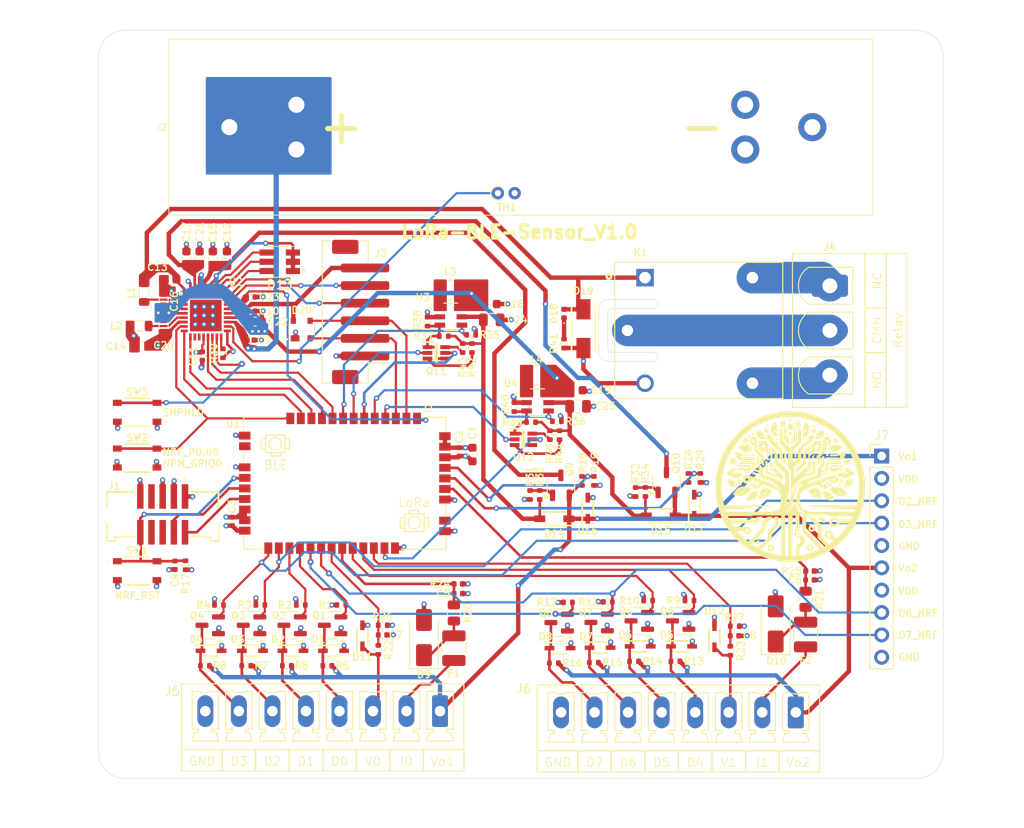
<source format=kicad_pcb>
(kicad_pcb (version 20240108) (generator "pcbnew") (generator_version "8.0")
  (title_block (title "LoRa-BLE-Sensor") (date "2025-03-05") (rev "1") (company "Cyber Jungle"))
  (layers (0 "F.Cu" signal) (1 "In1.Cu" power "GND") (2 "In2.Cu" power "PWR") (31 "B.Cu" signal) (34 "B.Paste" user) (35 "F.Paste" user) (36 "B.SilkS" user "B.Silkscreen") (37 "F.SilkS" user "F.Silkscreen") (38 "B.Mask" user) (39 "F.Mask" user) (44 "Edge.Cuts" user))
  (net 0 "")
  (net 1 "VDD")
  (net 2 "GND")
  (net 3 "RESET")
  (net 4 "BUT1")
  (net 5 "VBUS")
  (net 6 "USB_D-")
  (net 7 "USB_D+")
  (net 9 "SWCLK")
  (net 10 "SWDIO")
  (net 13 "CC2")
  (net 14 "CC1")
  (net 15 "VBAT")
  (net 17 "VBUS_NRF")
  (net 19 "NPM_IO2")
  (net 20 "VBOOST1")
  (net 21 "VSYS")
  (net 22 "V_RELAY")
  (net 23 "Net-(U2-SW1)")
  (net 24 "BOOST1_FB_CTRL1")
  (net 25 "Net-(U2-SW2)")
  (net 26 "VBOOST2")
  (net 27 "LDO2_OUT")
  (net 28 "Net-(U3-SW)")
  (net 29 "D0_IN")
  (net 30 "LDO1_OUT")
  (net 31 "BOOST1_FB_CTRL2")
  (net 32 "NPM_IO1")
  (net 33 "D1_IN")
  (net 34 "D2_IN")
  (net 35 "D3_IN")
  (net 36 "V_SENSOR1")
  (net 37 "D4_IN")
  (net 38 "BOOST1_FB")
  (net 39 "V_SENSOR2")
  (net 40 "D5_IN")
  (net 41 "D6_IN")
  (net 42 "D7_IN")
  (net 43 "Net-(D9-A1)")
  (net 44 "Net-(U2-VSET2)")
  (net 45 "Net-(D10-A1)")
  (net 46 "Net-(U2-SHPHLD)")
  (net 47 "NPM_SDA")
  (net 48 "NPM_SCL")
  (net 49 "V0_IN")
  (net 50 "V1_IN")
  (net 51 "Net-(D13-KR)")
  (net 52 "Net-(J4-Pin_2)")
  (net 53 "Net-(J4-Pin_1)")
  (net 54 "Net-(J4-Pin_3)")
  (net 55 "Net-(U4-SW)")
  (net 56 "Net-(D13-KG)")
  (net 57 "BOOST2_FB")
  (net 58 "Net-(D13-KB)")
  (net 59 "Net-(D18-K)")
  (net 60 "I0_IN")
  (net 61 "I1_IN")
  (net 62 "Net-(Q9-G)")
  (net 63 "Net-(Q10-G)")
  (net 64 "Net-(Q11-D2)")
  (net 65 "Net-(Q11-D1)")
  (net 66 "BOOST2_FB_CTRL2")
  (net 67 "BOOST2_FB_CTRL1")
  (net 68 "Net-(Q12-D1)")
  (net 69 "Net-(Q12-D2)")
  (net 70 "BOOST1_EN")
  (net 71 "BOOST2_EN")
  (net 72 "Net-(U2-NTC)")
  (net 73 "I0_NRF")
  (net 74 "I1_NRF")
  (net 75 "V0_NRF")
  (net 76 "V1_NRF")
  (net 77 "D0_NRF")
  (net 78 "D1_NRF")
  (net 79 "D2_NRF")
  (net 80 "D3_NRF")
  (net 81 "D4_NRF")
  (net 82 "D5_NRF")
  (net 83 "D6_NRF")
  (net 84 "D7_NRF")
  (net 85 "V_SENSOR1_READ")
  (net 86 "V_SENSOR2_READ")
  (footprint "Capacitor_SMD:C_0402_1005Metric" (layer "F.Cu") (at 75.8 67 -90)
    (property "Reference" "C11")
    (property "Value" "100n")
  )
  (footprint "Package_TO_SOT_SMD:SOT-23" (layer "F.Cu") (at 130.1625 97.1 180)
    (property "Reference" "Q5")
    (property "Value" "DMN67D7L")
  )
  (footprint "Capacitor_SMD:C_0402_1005Metric" (layer "F.Cu") (at 105 77.9 -90)
    (property "Reference" "C2")
    (property "Value" "100n")
  )
  (footprint "Package_TO_SOT_SMD:SOT-23" (layer "F.Cu") (at 116.3525 97.3 180)
    (property "Reference" "Q8")
    (property "Value" "DMN67D7L")
  )
  (footprint "User_Actives:SOD2612X120N" (layer "F.Cu") (at 125.5625 100)
    (property "Reference" "D6")
    (property "Value" "UDD32C24L01" (hide yes))
  )
  (footprint "Capacitor_SMD:C_0402_1005Metric" (layer "F.Cu") (at 79.2 85.8 -90)
    (property "Reference" "C3")
    (property "Value" "100n")
  )
  (footprint "Resistor_SMD:R_0402_1005Metric" (layer "F.Cu") (at 77.7 95.3)
    (property "Reference" "R4")
    (property "Value" "10K")
  )
  (footprint "MountingHole:MountingHole_3.2mm_M3_ISO7380" (layer "F.Cu") (at 156 111)
    (property "Reference" "REF**" (hide yes))
    (property "Value" "MountingHole_3.2mm_M3_ISO7380")
  )
  (footprint "Capacitor_SMD:C_0402_1005Metric" (layer "F.Cu") (at 96.28 98.7)
    (property "Reference" "C7")
    (property "Value" "470p")
  )
  (footprint "User_Actives:SOD2612X120N" (layer "F.Cu") (at 86.11 100.5)
    (property "Reference" "D2")
    (property "Value" "UDD32C24L01" (hide yes))
  )
  (footprint "LED_SMD:LED_0402_1005Metric" (layer "F.Cu") (at 116.9125 62.185 90)
    (property "Reference" "D18")
    (property "Value" "GREEN")
  )
  (footprint "Capacitor_SMD:C_0603_1608Metric" (layer "F.Cu") (at 74 55.9 90)
    (property "Reference" "C17")
    (property "Value" "10u")
  )
  (footprint "User_Connectors:18650_CLIP_PROTECTED" (layer "F.Cu") (at 112 41)
    (property "Reference" "J2")
    (property "Value" "Battery_Cell")
  )
  (footprint "User_Misc:PTS815SJM250SMTRLFS_2Pin" (layer "F.Cu") (at 68.4 91.4)
    (property "Reference" "SW1")
    (property "Value" "SW_Push" (hide yes))
  )
  (footprint "User_Images:DOE_LOGO_20mm" (layer "F.Cu") (at 142.7 81.7)
    (property "Reference" "G***" (hide yes))
    (property "Value" "LOGO" (hide yes))
  )
  (footprint "Capacitor_SMD:C_0603_1608Metric" (layer "F.Cu") (at 71.4 63.6 -90)
    (property "Reference" "C20")
    (property "Value" "10u")
  )
  (footprint "Resistor_SMD:R_0805_2012Metric" (layer "F.Cu") (at 104.39 96.2 90)
    (property "Reference" "R20")
    (property "Value" "180R")
  )
  (footprint "Connector_Phoenix_MC:PhoenixContact_MCV_1,5_8-G-3.81_1x08_P3.81mm_Vertical" (layer "F.Cu") (at 143.24 107.5 180)
    (property "Reference" "J6")
    (property "Value" "Screw_Terminal_01x08")
  )
  (footprint "Resistor_SMD:R_0402_1005Metric" (layer "F.Cu") (at 121.89 94.95)
    (property "Reference" "R11")
    (property "Value" "10K")
  )
  (footprint "Resistor_SMD:R_0402_1005Metric" (layer "F.Cu") (at 103.245 64.75 180)
    (property "Reference" "R37")
    (property "Value" "2M1")
  )
  (footprint "MountingHole:MountingHole_3.2mm_M3_ISO7380" (layer "F.Cu") (at 156 34)
    (property "Reference" "REF**" (hide yes))
    (property "Value" "MountingHole_3.2mm_M3_ISO7380")
  )
  (footprint "Capacitor_SMD:C_0402_1005Metric" (layer "F.Cu") (at 72.7 90.78 -90)
    (property "Reference" "C4")
    (property "Value" "100n")
  )
  (footprint "MountingHole:MountingHole_3.2mm_M3_ISO7380" (layer "F.Cu") (at 68 111)
    (property "Reference" "REF**" (hide yes))
    (property "Value" "MountingHole_3.2mm_M3_ISO7380")
  )
  (footprint "User_Actives:SOD2612X120N" (layer "F.Cu") (at 130.2625 100)
    (property "Reference" "D5")
    (property "Value" "UDD32C24L01" (hide yes))
  )
  (footprint "Inductor_SMD:L_1008_2520Metric" (layer "F.Cu") (at 103.99 59.5 180)
    (property "Reference" "L3")
    (property "Value" "10U")
  )
  (footprint "User_Actives:PRTR5V0U2X" (layer "F.Cu") (at 87.1 64)
    (property "Reference" "D20")
    (property "Value" "PRTR5V0U2X,215" (hide yes))
  )
  (footprint "User_Power:SOT95P280X145-6N" (layer "F.Cu") (at 104.045 62.55)
    (property "Reference" "U3")
    (property "Value" "TLV61046ADBVR" (hide yes))
  )
  (footprint "User_Actives:SOD2612X120N" (layer "F.Cu") (at 134 98.9 90)
    (property "Reference" "D12")
    (property "Value" "UDD32C24L01" (hide yes))
  )
  (footprint "Resistor_SMD:R_0402_1005Metric" (layer "F.Cu") (at 124.8625 101.7 180)
    (property "Reference" "R14")
    (property "Value" "10K")
  )
  (footprint "Capacitor_SMD:C_0603_1608Metric" (layer "F.Cu") (at 68.9 65.9)
    (property "Reference" "C14")
    (property "Value" "10u")
  )
  (footprint "Resistor_SMD:R_0402_1005Metric" (layer "F.Cu") (at 101.4 63.1 90)
    (property "Reference" "R38")
    (property "Value" "71K5")
  )
  (footprint "Capacitor_SMD:C_0603_1608Metric" (layer "F.Cu") (at 108.49 61.1)
    (property "Reference" "C18")
    (property "Value" "10u")
  )
  (footprint "User_Actives:SOD3716X135N" (layer "F.Cu") (at 127.9 85.1625 180)
    (property "Reference" "D15")
    (property "Value" "BAT54W-HG3-08" (hide yes))
  )
  (footprint "User_Actives:SOD3716X135N" (layer "F.Cu") (at 115.8 85.5 180)
    (property "Reference" "D14")
    (property "Value" "BAT54W-HG3-08" (hide yes))
  )
  (footprint "Capacitor_SMD:C_0402_1005Metric" (layer "F.Cu") (at 144.8375 92.45)
    (property "Reference" "C6")
    (property "Value" "470p")
  )
  (footprint "Resistor_SMD:R_0402_1005Metric" (layer "F.Cu") (at 80.8 102.2 180)
    (property "Reference" "R7")
    (property "Value" "10K")
  )
  (footprint "Capacitor_SMD:C_0603_1608Metric" (layer "F.Cu") (at 72.1 58.3 180)
    (property "Reference" "C13")
    (property "Value" "10u")
  )
  (footprint "Resistor_SMD:R_0402_1005Metric" (layer "F.Cu") (at 85.41 102.2 180)
    (property "Reference" "R6")
    (property "Value" "10K")
  )
  (footprint "Package_TO_SOT_SMD:SOT-23" (layer "F.Cu") (at 90.61 97.6 180)
    (property "Reference" "Q1")
    (property "Value" "DMN67D7L")
  )
  (footprint "User_Actives:DIOM5327X240N" (layer "F.Cu") (at 119.1125 63.9 -90)
    (property "Reference" "D19")
    (property "Value" "M7" (hide yes))
  )
  (footprint "Resistor_SMD:R_0402_1005Metric" (layer "F.Cu") (at 136.31 97.7)
    (property "Reference" "R27")
    (property "Value" "13K")
  )
  (footprint "Diode_SMD:D_SMA" (layer "F.Cu") (at 100.99 99 90)
    (property "Reference" "D9")
    (property "Value" "SMAJ10CA")
  )
  (footprint "Resistor_SMD:R_0402_1005Metric" (layer "F.Cu") (at 113.05 82.8 90)
    (property "Reference" "R31")
    (property "Value" "500K")
  )
  (footprint "User_Misc:PTS815SJM250SMTRLFS_2Pin" (layer "F.Cu") (at 68.4 78.6)
    (property "Reference" "SW2")
    (property "Value" "SW_Push" (hide yes))
  )
  (footprint "Resistor_SMD:R_0402_1005Metric" (layer "F.Cu") (at 106.445 66.1 -90)
    (property "Reference" "R42")
    (property "Value" "1M96")
  )
  (footprint "User_Actives:SOT65P222X110-6N" (layer "F.Cu") (at 112.3 76.475)
    (property "Reference" "Q12")
    (property "Value" "DMN62D0UDW-7" (hide yes))
  )
  (footprint "Resistor_SMD:R_0402_1005Metric" (layer "F.Cu") (at 111.255 72.81 90)
    (property "Reference" "R40")
    (property "Value" "71K5")
  )
  (footprint "User_Connectors:SAMTEC_SHF-105-01-X-D-SM" (layer "F.Cu") (at 71.3 85 180)
    (property "Reference" "J1")
    (property "Value" "SHF-105-01-X-D-SM")
  )
  (footprint "Resistor_SMD:R_0402_1005Metric" (layer "F.Cu") (at 120.3 101.85 180)
    (property "Reference" "R15")
    (property "Value" "10K")
  )
  (footprint "Resistor_SMD:R_0402_1005Metric" (layer "F.Cu") (at 135.8 100.5 90)
    (property "Reference" "R23")
    (property "Value" "100K")
  )
  (footprint "Fuse:Fuse_1210_3225Metric" (layer "F.Cu") (at 144.3575 98.65 90)
    (property "Reference" "F2")
    (property "Value" "MF-USMF005-2")
  )
  (footprint "Resistor_SMD:R_0402_1005Metric" (layer "F.Cu") (at 131.1625 94.8)
    (property "Reference" "R9")
    (property "Value" "10K")
  )
  (footprint "Capacitor_SMD:C_0603_1608Metric" (layer "F.Cu") (at 78.6 55.9 90)
    (property "Reference" "C12")
    (property "Value" "10u")
  )
  (footprint "Resistor_SMD:R_0402_1005Metric" (layer "F.Cu") (at 95.8 100.4 90)
    (property "Reference" "R22")
    (property "Value" "100K")
  )
  (footprint "User_Actives:SOD2612X120N" (layer "F.Cu") (at 90.71 100.5)
    (property "Reference" "D1")
    (property "Value" "UDD32C24L01" (hide yes))
  )
  (footprint "Resistor_SMD:R_0402_1005Metric" (layer "F.Cu") (at 87 95.3)
    (property "Reference" "R2")
    (property "Value" "10K")
  )
  (footprint "User_Power:SOT95P280X145-6N" (layer "F.Cu") (at 113.9 72.3)
    (property "Reference" "U4")
    (property "Value" "TLV61046ADBVR" (hide yes))
  )
  (footprint "Resistor_SMD:R_0402_1005Metric" (layer "F.Cu") (at 76.1 102.2 180)
    (property "Reference" "R8")
    (property "Value" "10K")
  )
  (footprint "Resistor_SMD:R_0402_1005Metric" (layer "F.Cu") (at 96.31 97.6)
    (property "Reference" "R26")
    (property "Value" "13K")
  )
  (footprint "Inductor_SMD:L_0805_2012Metric" (layer "F.Cu") (at 68.6375 63.6)
    (property "Reference" "L2")
    (property "Value" "2u2")
  )
  (footprint "Capacitor_SMD:C_0603_1608Metric" (layer "F.Cu") (at 106.5 78.2 -90)
    (property "Reference" "C1")
    (property "Value" "10u")
  )
  (footprint "User_Actives:SOT65P222X110-6N" (layer "F.Cu") (at 102.39 66.65)
    (property "Reference" "Q11")
    (property "Value" "DMN62D0UDW-7" (hide yes))
  )
  (footprint "Resistor_SMD:R_0402_1005Metric" (layer "F.Cu") (at 117.3525 95)
    (property "Reference" "R12")
    (property "Value" "10K")
  )
  (footprint "Capacitor_SMD:C_0805_2012Metric" (layer "F.Cu") (at 118.5 72.725)
    (property "Reference" "C25")
    (property "Value" "10u")
  )
  (footprint "User_Connectors:PhoenixContact_MCV_1x03_P5.08mm_Vertical" (layer "F.Cu") (at 147.1125 59.02 -90)
    (property "Reference" "J4")
    (property "Value" "Screw_Terminal_01x03")
  )
  (footprint "Resistor_SMD:R_0402_1005Metric" (layer "F.Cu") (at 118.95 81.2 90)
    (property "Reference" "R18")
    (property "Value" "100K")
  )
  (footprint "User_Actives:SOD2612X120N" (layer "F.Cu") (at 131.7 83.9625 90)
    (property "Reference" "D17")
    (property "Value" "UDD32C24L01" (hide yes))
  )
  (footprint "User_Actives:RELAY_SRD-05VDC-SL-C" (layer "F.Cu") (at 132.2125 64.1)
    (property "Reference" "K1")
    (property "Value" "SRD-05VDC-SL-C")
  )
  (footprint "Connector_Phoenix_MC:PhoenixContact_MCV_1,5_8-G-3.81_1x08_P3.81mm_Vertical" (layer "F.Cu") (at 102.8175 107.3575 180)
    (property "Reference" "J5")
    (property "Value" "Screw_Terminal_01x08")
  )
  (footprint "Capacitor_SMD:C_0603_1608Metric" (layer "F.Cu") (at 71.4 60.6 90)
    (property "Reference" "C16")
    (property "Value" "10u")
  )
  (footprint "Resistor_SMD:R_0402_1005Metric" (layer "F.Cu") (at 91.6 95.3)
    (property "Reference" "R1")
    (property "Value" "10K")
  )
  (footprint "Resistor_SMD:R_0402_1005Metric" (layer "F.Cu") (at 113.155 74.525 180)
    (property "Reference" "R39")
    (property "Value" "2M1")
  )
  (footprint "Resistor_SMD:R_0402_1005Metric" (layer "F.Cu") (at 132.4 80.8625 -90)
    (property "Reference" "R29")
    (property "Value" "13K")
  )
  (footprint "User_Modules:RAK4630" (layer "F.Cu") (at 80.5 88.964853)
    (property "Reference" "U1")
    (property "Value" "RAK4630")
  )
  (footprint "Package_TO_SOT_SMD:SOT-23" (layer "F.Cu") (at 125.4625 97.1 180)
    (property "Reference" "Q6")
    (property "Value" "DMN67D7L")
  )
  (footprint "Inductor_SMD:L_0402_1005Metric" (layer "F.Cu") (at 104.89 92.9)
    (property "Reference" "R24")
    (property "Value" "50R")
  )
  (footprint "Capacitor_SMD:C_0603_1608Metric" (layer "F.Cu") (at 75.5 55.9 90)
    (property "Reference" "C21")
    (property "Value" "10u")
  )
  (footprint "Capacitor_SMD:C_0402_1005Metric" (layer "F.Cu") (at 136.28 98.8)
    (property "Reference" "C8")
    (property "Value" "470p")
  )
  (footprint "User_Actives:ASMBTTF00A20B" (layer "F.Cu") (at 84.6 56.3 180)
    (property "Reference" "D13")
    (property "Value" "ASMB-TTF0-0A20B" (hide yes))
  )
  (footprint "Resistor_SMD:R_0402_1005Metric" (layer "F.Cu") (at 90.01 102.2 180)
    (property "Reference" "R5")
    (property "Value" "10K")
  )
  (footprint "Capacitor_SMD:C_0402_1005Metric" (layer "F.Cu") (at 81.2 65.2)
    (property "Reference" "C9")
    (property "Value" "2u2")
  )
  (footprint "MountingHole:MountingHole_3.2mm_M3_ISO7380" (layer "F.Cu") (at 68 34)
    (property "Reference" "REF**" (hide yes))
    (property "Value" "MountingHole_3.2mm_M3_ISO7380")
  )
  (footprint "Diode_SMD:D_SMA" (layer "F.Cu") (at 140.9575 97.45 90)
    (property "Reference" "D10")
    (property "Value" "SMAJ10CA")
  )
  (footprint "Resistor_SMD:R_0402_1005Metric" (layer "F.Cu") (at 106.355 64.6)
    (property "Reference" "R35")
    (property "Value" "10K")
  )
  (footprint "Resistor_SMD:R_0402_1005Metric" (layer "F.Cu") (at 126.4625 94.8)
    (property "Reference" "R10")
    (property "Value" "10K")
  )
  (footprint "User_Misc:PTS815SJM250SMTRLFS_2Pin" (layer "F.Cu") (at 68.4 73.4 180)
    (property "Reference" "SW3")
    (property "Value" "SW_Push" (hide yes))
  )
  (footprint "Inductor_SMD:L_0402_1005Metric" (layer "F.Cu") (at 144.8575 91.4375)
    (property "Reference" "R25")
    (property "Value" "50R")
  )
  (footprint "Package_TO_SOT_SMD:SOT-23" (layer "F.Cu") (at 81.4 97.6 180)
    (property "Reference" "Q3")
    (property "Value" "DMN67D7L")
  )
  (footprint "Resistor_SMD:R_0402_1005Metric" (layer "F.Cu") (at 115.7525 101.9 180)
    (property "Reference" "R16")
    (property "Value" "10K")
  )
  (footprint "Resistor_SMD:R_0805_2012Metric" (layer "F.Cu") (at 144.3575 94.65 90)
    (property "Reference" "R21")
    (property "Value" "180R")
  )
  (footprint "Capacitor_SMD:C_0805_2012Metric" (layer "F.Cu") (at 108.69 62.9)
    (property "Reference" "C24")
    (property "Value" "10u")
  )
  (footprint "Package_TO_SOT_SMD:SOT-23" (layer "F.Cu") (at 86.01 97.6 180)
    (property "Reference" "Q2")
    (property "Value" "DMN67D7L")
  )
  (footprint "User_Actives:SOD2612X120N" (layer "F.Cu") (at 119.6 84.3 90)
    (property "Reference" "D16")
    (property "Value" "UDD32C24L01" (hide yes))
  )
  (footprint "Capacitor_SMD:C_0603_1608Metric" (layer "F.Cu") (at 81.8 63.1)
    (property "Reference" "C22")
    (property "Value" "10u")
  )
  (footprint "Resistor_SMD:R_0402_1005Metric" (layer "F.Cu") (at 120.3 81.2 -90)
    (property "Reference" "R19")
    (property "Value" "13K")
  )
  (footprint "User_Actives:SOD2612X120N" (layer "F.Cu") (at 81.5 100.5)
    (property "Reference" "D3")
    (property "Value" "UDD32C24L01" (hide yes))
  )
  (footprint "User_Connectors:JST_6PIN_PH_VERTICAL_SMD" (layer "F.Cu") (at 93.8 62 90)
    (property "Reference" "J3")
    (property "Value" "Conn_01x06_Socket")
  )
  (footprint "Resistor_SMD:R_0402_1005Metric" (layer "F.Cu") (at 131.05 80.8625 90)
    (property "Reference" "R28")
    (property "Value" "100K")
  )
  (footprint "Resistor_SMD:R_0402_1005Metric" (layer "F.Cu") (at 126.15 82.4525 -90)
    (property "Reference" "R34")
    (property "Value" "500K")
  )
  (footprint "Package_TO_SOT_SMD:SOT-23" (layer "F.Cu") (at 76.7 97.6 180)
    (property "Reference" "Q4")
    (property "Value" "DMN67D7L")
  )
  (footprint "Resistor_THT:R_Axial_DIN0204_L3.6mm_D1.6mm_P1.90mm_Vertical" (layer "F.Cu") (at 109.395 48.5)
    (property "Reference" "TH1")
    (property "Value" "10K")
  )
  (footprint "Resistor_SMD:R_0402_1005Metric" (layer "F.Cu") (at 82.4 95.3)
    (property "Reference" "R3")
    (property "Value" "10K")
  )
  (footprint "User_Actives:SOD2612X120N" (layer "F.Cu") (at 76.8 100.5)
    (property "Reference" "D4")
    (property "Value" "UDD32C24L01" (hide yes))
  )
  (footprint "Resistor_SMD:R_0402_1005Metric" (layer "F.Cu") (at 116.9125 65.59 90)
    (property "Reference" "R41")
    (property "Value" "10K")
  )
  (footprint "User_Actives:SOD2612X120N" (layer "F.Cu") (at 94 98.8 90)
    (property "Reference" "D11")
    (property "Value" "UDD32C24L01" (hide yes))
  )
  (footprint "Resistor_SMD:R_0402_1005Metric" (layer "F.Cu") (at 114.15 82.8 -90)
    (property "Reference" "R33")
    (property "Value" "500K")
  )
  (footprint "Resistor_SMD:R_0402_1005Metric" (layer "F.Cu") (at 125.05 82.4625 90)
    (property "Reference" "R32")
    (property "Value" "500K")
  )
  (footprint "Resistor_SMD:R_0402_1005Metric" (layer "F.Cu") (at 73.9 90.78 90)
    (property "Reference" "R17")
    (property "Value" "10K")
  )
  (footprint "User_Power:QFN50P500X500X90-33N" (layer "F.Cu") (at 76.2 62.4)
    (property "Reference" "U2")
    (property "Value" "NPM1300-QEAA-R" (hide yes))
  )
  (footprint "User_Actives:SOD2612X120N" (layer "F.Cu") (at 116.4525 100.2)
    (property "Reference" "D8")
    (property "Value" "UDD32C24L01" (hide yes))
  )
  (footprint "Fuse:Fuse_1210_3225Metric" (layer "F.Cu") (at 104.39 100.2 90)
    (property "Reference" "F1")
    (property "Value" "MF-USMF005-2")
  )
  (footprint "Resistor_SMD:R_0402_1005Metric" (layer "F.Cu") (at 129.5625 101.7 180)
    (property "Reference" "R13")
    (property "Value" "10K")
  )
  (footprint "Capacitor_SMD:C_0603_1608Metric" (layer "F.Cu") (at 118.245 70.9)
    (property "Reference" "C19")
    (property "Value" "10u")
  )
  (footprint "Inductor_SMD:L_0805_2012Metric" (layer "F.Cu") (at 69.2 59.8 -90)
    (property "Reference" "L1")
    (property "Value" "2u2")
  )
  (footprint "Resistor_SMD:R_0402_1005Metric" (layer "F.Cu") (at 105.39 66.1 -90)
    (property "Reference" "R43")
    (property "Value" "604K")
  )
  (footprint "Resistor_SMD:R_0402_1005Metric" (layer "F.Cu") (at 116.1 74.425)
    (property "Reference" "R36")
    (property "Value" "10K")
  )
  (footprint "Capacitor_SMD:C_0603_1608Metric" (layer "F.Cu") (at 77 55.9 90)
    (property "Reference" "C15")
    (property "Value" "10u")
  )
  (footprint "Capacitor_SMD:C_0402_1005Metric" (layer "F.Cu") (at 81.3 61.9)
    (property "Reference" "C10")
    (property "Value" "1u")
  )
  (footprint "User_Actives:SOD2612X120N" (layer "F.Cu") (at 121 100.15)
    (property "Reference" "D7")
    (property "Value" "UDD32C24L01" (hide yes))
  )
  (footprint "Resistor_SMD:R_0402_1005Metric" (layer "F.Cu") (at 115.3 76 -90)
    (property "Reference" "R45")
    (property "Value" "604K")
  )
  (footprint "Inductor_SMD:L_1008_2520Metric" (layer "F.Cu") (at 113.8 69.2 180)
    (property "Reference" "L4")
    (property "Value" "10U")
  )
  (footprint "Capacitor_SMD:C_0402_1005Metric" (layer "F.Cu") (at 104.89 94)
    (property "Reference" "C5")
    (property "Value" "470p")
  )
  (footprint "Connector_PinHeader_2.54mm:PinHeader_1x10_P2.54mm_Vertical" (layer "F.Cu") (at 153 78.375)
    (property "Reference" "J7")
    (property "Value" "Conn_01x10_Pin")
  )
  (footprint "Package_TO_SOT_SMD:SOT-23-3" (layer "F.Cu") (at 116.55 81.7 90)
    (property "Reference" "Q9")
    (property "Value" "SQ2389ES")
  )
  (footprint "Resistor_SMD:R_0402_1005Metric" (layer "F.Cu") (at 78.15 66.7 -90)
    (property "Reference" "R30")
    (property "Value" "500K")
  )
  (footprint "Package_TO_SOT_SMD:SOT-23-3" (layer "F.Cu") (at 128.55 81.3625 90)
    (property "Reference" "Q10")
    (property "Value" "SQ2389ES")
  )
  (footprint "Package_TO_SOT_SMD:SOT-23" (layer "F.Cu") (at 120.9 97.28 180)
    (property "Reference" "Q7")
    (property "Value" "DMN67D7L")
  )
  (footprint "Resistor_SMD:R_0402_1005Metric" (layer "F.Cu") (at 116.4 76 -90)
    (property "Reference" "R44")
    (property "Value" "1M96")
  )
  (footprint "Capacitor_SMD:C_0402_1005Metric" (layer "F.Cu") (at 81.3 60.3)
    (property "Reference" "C23")
    (property "Value" "1u")
  )
  (gr_line (start 121.8625 62.1) (end 121.8625 66.1) (stroke (width 0.05)) (layer "Edge.Cuts"))
  (gr_line (start 122.3625 66.6) (end 127.1125 66.6) (stroke (width 0.05)) (layer "Edge.Cuts"))
  (gr_arc (start 120.8625 61.6) (mid 121.155393 60.892893) (end 121.8625 60.6) (stroke (width 0.05)) (layer "Edge.Cuts"))
  (gr_arc (start 122.3625 66.6) (mid 122.008947 66.453553) (end 121.8625 66.1) (stroke (width 0.05)) (layer "Edge.Cuts"))
  (gr_arc (start 64 33) (mid 64.87868 30.87868) (end 67 30) (stroke (width 0.05)) (layer "Edge.Cuts"))
  (gr_arc (start 160 112) (mid 159.12132 114.12132) (end 157 115) (stroke (width 0.05)) (layer "Edge.Cuts"))
  (gr_line (start 127.1125 67.6) (end 121.8625 67.6) (stroke (width 0.05)) (layer "Edge.Cuts"))
  (gr_arc (start 121.8625 62.1) (mid 122.008947 61.746447) (end 122.3625 61.6) (stroke (width 0.05)) (layer "Edge.Cuts"))
  (gr_line (start 157 115) (end 67 115) (stroke (width 0.05)) (layer "Edge.Cuts"))
  (gr_line (start 120.8625 66.6) (end 120.8625 61.6) (stroke (width 0.05)) (layer "Edge.Cuts"))
  (gr_line (start 64 112) (end 64 33) (stroke (width 0.05)) (layer "Edge.Cuts"))
  (gr_arc (start 121.8625 67.6) (mid 121.155393 67.307107) (end 120.8625 66.6) (stroke (width 0.05)) (layer "Edge.Cuts"))
  (gr_arc (start 157 30) (mid 159.12132 30.87868) (end 160 33) (stroke (width 0.05)) (layer "Edge.Cuts"))
  (gr_line (start 121.8625 60.6) (end 127.1125 60.6) (stroke (width 0.05)) (layer "Edge.Cuts"))
  (gr_arc (start 127.1125 60.6) (mid 127.6125 61.1) (end 127.1125 61.6) (stroke (width 0.05)) (layer "Edge.Cuts"))
  (gr_arc (start 127.1125 66.6) (mid 127.6125 67.1) (end 127.1125 67.6) (stroke (width 0.05)) (layer "Edge.Cuts"))
  (gr_line (start 67 30) (end 157 30) (stroke (width 0.05)) (layer "Edge.Cuts"))
  (gr_line (start 160 33) (end 160 112) (stroke (width 0.05)) (layer "Edge.Cuts"))
  (gr_line (start 127.1125 61.6) (end 122.3625 61.6) (stroke (width 0.05)) (layer "Edge.Cuts"))
  (gr_arc (start 67 115) (mid 64.87868 114.12132) (end 64 112) (stroke (width 0.05)) (layer "Edge.Cuts"))
  (gr_text "-" (at 132.586114 40.866216 0) (layer "F.SilkS") (effects (font (size 4 4) (thickness 0.6))))
  (gr_text "VDD" (at 154.8 94.195 0) (layer "F.SilkS") (effects (font (size 0.8 0.8)) (justify left bottom)))
  (gr_text "Vo1" (at 154.8 78.895 0) (layer "F.SilkS") (effects (font (size 0.8 0.8)) (justify left bottom)))
  (gr_text "D7_NRF" (at 154.8 99.2 0) (layer "F.SilkS") (effects (font (size 0.8 0.8)) (justify left bottom)))
  (gr_text "NRF_P0.09\nNPM_GPIO0" (at 71.2 79.7 0) (layer "F.SilkS") (effects (font (size 0.8 0.8)) (justify left bottom)))
  (gr_text "VDD" (at 154.8 81.495 0) (layer "F.SilkS") (effects (font (size 0.8 0.8)) (justify left bottom)))
  (gr_text "LoRa-BLE-Sensor_V1.0" (at 98.2 53.8 0) (layer "F.SilkS") (effects (font (size 1.5 1.5) (thickness 0.375) (bold yes)) (justify left bottom)))
  (gr_text "D3_NRF" (at 154.8 86.595 0) (layer "F.SilkS") (effects (font (size 0.8 0.8)) (justify left bottom)))
  (gr_text "NRF_RST" (at 65.8 94.7 0) (layer "F.SilkS") (effects (font (size 0.8 0.8)) (justify left bottom)))
  (gr_text "+" (at 91.586114 40.866216 0) (layer "F.SilkS") (effects (font (size 4 4) (thickness 0.6))))
  (gr_text "Vo2" (at 154.8 91.595 0) (layer "F.SilkS") (effects (font (size 0.8 0.8)) (justify left bottom)))
  (gr_text "GND" (at 154.8 101.7 0) (layer "F.SilkS") (effects (font (size 0.8 0.8)) (justify left bottom)))
  (gr_text "SHPHLD" (at 71.2 73.9 0) (layer "F.SilkS") (effects (font (size 0.8 0.8)) (justify left bottom)))
  (gr_text "D2_NRF" (at 154.8 83.995 0) (layer "F.SilkS") (effects (font (size 0.8 0.8)) (justify left bottom)))
  (gr_text "D6_NRF" (at 154.8 96.695 0) (layer "F.SilkS") (effects (font (size 0.8 0.8)) (justify left bottom)))
  (gr_text "GND" (at 154.8 89.095 0) (layer "F.SilkS") (effects (font (size 0.8 0.8)) (justify left bottom)))
  (gr_text_box "GND" (start 73.44 111.72) (end 78.055 114.135) (layer "F.SilkS") (effects (font (size 1 1) (thickness 0.1)) (justify left top)) (border yes) (stroke (width 0.12)))
  (gr_text_box "Relay" (start 153.5275 55.35) (end 155.87125 72.85) (angle 90) (layer "F.SilkS") (effects (font (size 1 1) (thickness 0.127)) (justify top)) (border yes) (stroke (width 0.12)))
  (gr_text_box "D5" (start 126.1 111.86) (end 129.91 114.275) (layer "F.SilkS") (effects (font (size 1 1) (thickness 0.1)) (justify top)) (border yes) (stroke (width 0.12)))
  (gr_text_box "D2" (start 81.865 111.72) (end 85.675 114.135) (layer "F.SilkS") (effects (font (size 1 1) (thickness 0.1)) (justify top)) (border yes) (stroke (width 0.12)))
  (gr_text_box "NO" (start 151.1125 66.6205) (end 153.5275 72.85) (angle 90) (layer "F.SilkS") (effects (font (size 1 1) (thickness 0.1)) (justify top)) (border yes) (stroke (width 0.12)))
  (gr_text_box "GND" (start 113.86 111.86) (end 118.475 114.275) (layer "F.SilkS") (effects (font (size 1 1) (thickness 0.1)) (justify left top)) (border yes) (stroke (width 0.12)))
  (gr_text_box "V0" (start 93.3 111.72) (end 97.11 114.135) (layer "F.SilkS") (effects (font (size 1 1) (thickness 0.1)) (justify top)) (border yes) (stroke (width 0.12)))
  (gr_text_box "D6" (start 122.285 111.86) (end 126.095 114.275) (layer "F.SilkS") (effects (font (size 1 1) (thickness 0.1)) (justify top)) (border yes) (stroke (width 0.12)))
  (gr_text_box "V1" (start 133.72 111.86) (end 137.53 114.275) (layer "F.SilkS") (effects (font (size 1 1) (thickness 0.1)) (justify top)) (border yes) (stroke (width 0.12)))
  (gr_text_box "Vo2" (start 141.335 111.86) (end 145.95 114.27875) (layer "F.SilkS") (effects (font (size 1 1) (thickness 0.1)) (justify left top)) (border yes) (stroke (width 0.12)))
  (gr_text_box "D4" (start 129.91 111.86) (end 133.72 114.275) (layer "F.SilkS") (effects (font (size 1 1) (thickness 0.1)) (justify top)) (border yes) (stroke (width 0.12)))
  (gr_text_box "D7" (start 118.475 111.86) (end 122.285 114.275) (layer "F.SilkS") (effects (font (size 1 1) (thickness 0.1)) (justify top)) (border yes) (stroke (width 0.12)))
  (gr_text_box "NC" (start 151.1125 55.35) (end 153.5275 61.5505) (angle 90) (layer "F.SilkS") (effects (font (size 1 1) (thickness 0.1)) (justify top)) (border yes) (stroke (width 0.12)))
  (gr_text_box "CMN" (start 151.1125 61.5505) (end 153.5275 66.6205) (angle 90) (layer "F.SilkS") (effects (font (size 1 1) (thickness 0.1)) (justify top)) (border yes) (stroke (width 0.12)))
  (gr_text_box "I0" (start 97.11 111.72) (end 100.92 114.135) (layer "F.SilkS") (effects (font (size 1 1) (thickness 0.1)) (justify top)) (border yes) (stroke (width 0.12)))
  (gr_text_box "I1" (start 137.53 111.86) (end 141.34 114.275) (layer "F.SilkS") (effects (font (size 1 1) (thickness 0.1)) (justify top)) (border yes) (stroke (width 0.12)))
  (gr_text_box "Vo1" (start 100.915 111.72) (end 105.53 114.13875) (layer "F.SilkS") (effects (font (size 1 1) (thickness 0.1)) (justify left top)) (border yes) (stroke (width 0.12)))
  (gr_text_box "D3" (start 78.055 111.72) (end 81.865 114.135) (layer "F.SilkS") (effects (font (size 1 1) (thickness 0.1)) (justify top)) (border yes) (stroke (width 0.12)))
  (gr_text_box "D1" (start 85.68 111.72) (end 89.49 114.135) (layer "F.SilkS") (effects (font (size 1 1) (thickness 0.1)) (justify top)) (border yes) (stroke (width 0.12)))
  (gr_text_box "D0" (start 89.49 111.72) (end 93.3 114.135) (layer "F.SilkS") (effects (font (size 1 1) (thickness 0.1)) (justify top)) (border yes) (stroke (width 0.12)))
  (segment (start 91.5475 98.55) (end 91.5475 97.9525) (width 0.5) (layer "F.Cu") (net 1))
  (segment (start 79.2 85.32) (end 78.52 85.32) (width 0.5) (layer "F.Cu") (net 1))
  (segment (start 77.6375 98.55) (end 77.6375 97.9625) (width 0.5) (layer "F.Cu") (net 1))
  (segment (start 73.84 82.9675) (end 74.6675 82.9675) (width 0.5) (layer "F.Cu") (net 1))
  (segment (start 105.005 77.425) (end 105 77.42) (width 0.5) (layer "F.Cu") (net 1))
  (segment (start 75.8 65.9) (end 75.8 66.52) (width 0.25) (layer "F.Cu") (net 1))
  (segment (start 130.6525 94.2525) (end 130.5 94.1) (width 0.5) (layer "F.Cu") (net 1))
  (segment (start 86.49 95.3) (end 86.49 94.69) (width 0.5) (layer "F.Cu") (net 1))
  (segment (start 75.72 66.6) (end 75.8 66.52) (width 0.5) (layer "F.Cu") (net 1))
  (segment (start 91.5475 97.9525) (end 91.6 97.9) (width 0.5) (layer "F.Cu") (net 1))
  (segment (start 82.3375 97.9625) (end 82.4 97.9) (width 0.5) (layer "F.Cu") (net 1))
  (segment (start 90.5 95.3) (end 91.09 95.3) (width 0.5) (layer "F.Cu") (net 1))
  (segment (start 103.475147 77.42) (end 103.37 77.314853) (width 0.5) (layer "F.Cu") (net 1))
  (segment (start 130.6525 94.8) (end 130.6525 94.2525) (width 0.5) (layer "F.Cu") (net 1))
  (segment (start 105 77.42) (end 103.475147 77.42) (width 0.5) (layer "F.Cu") (net 1))
  (segment (start 81.9 94.5) (end 81.89 94.51) (width 0.5) (layer "F.Cu") (net 1))
  (segment (start 75.1 66.6) (end 75.72 66.6) (width 0.5) (layer "F.Cu") (net 1))
  (segment (start 78.52 85.32) (end 78.5 85.3) (width 0.5) (layer "F.Cu") (net 1))
  (segment (start 120.85 94.95) (end 120.8 94.9) (width 0.5) (layer "F.Cu") (net 1))
  (segment (start 125.9525 94.8) (end 125.9525 94.2525) (width 0.5) (layer "F.Cu") (net 1))
  (segment (start 80 85.1) (end 80.63 85.1) (width 0.5) (layer "F.Cu") (net 1))
  (segment (start 103.37 77.314853) (end 103.37 76.114853) (width 0.5) (layer "F.Cu") (net 1))
  (segment (start 121.38 94.95) (end 120.85 94.95) (width 0.5) (layer "F.Cu") (net 1))
  (segment (start 81.89 94.51) (end 81.89 95.3) (width 0.5) (layer "F.Cu") (net 1))
  (segment (start 74.6675 82.9675) (end 74.7 83) (width 0.5) (layer "F.Cu") (net 1))
  (segment (start 125.9525 94.2525) (end 125.8 94.1) (width 0.5) (layer "F.Cu") (net 1))
  (segment (start 74.59 91.29) (end 74.6 91.3) (width 0.5) (layer "F.Cu") (net 1))
  (segment (start 117.29 97.61) (end 117.3 97.6) (width 0.5) (layer "F.Cu") (net 1))
  (segment (start 73.9 91.29) (end 74.59 91.29) (width 0.5) (layer "F.Cu") (net 1))
  (segment (start 131.1 98.05) (end 131.1 97.4) (width 0.5) (layer "F.Cu") (net 1))
  (segment (start 86.9475 98.55) (end 86.9475 97.9525) (width 0.5) (layer "F.Cu") (net 1))
  (segment (start 82.3375 98.55) (end 82.3375 97.9625) (width 0.5) (layer "F.Cu") (net 1))
  (segment (start 75.95 64.85) (end 75.95 65.65) (width 0.25) (layer "F.Cu") (net 1))
  (segment (start 117.29 98.25) (end 117.29 97.61) (width 0.5) (layer "F.Cu") (net 1))
  (segment (start 86.49 94.69) (end 86.4 94.6) (width 0.5) (layer "F.Cu") (net 1))
  (segment (start 106.5 77.425) (end 105.7 77.425) (width 0.5) (layer "F.Cu") (net 1))
  (segment (start 116.8425 95) (end 116.2 95) (width 0.5) (layer "F.Cu") (net 1))
  (segment (start 79.2 85.32) (end 79.78 85.32) (width 0.5) (layer "F.Cu") (net 1))
  (segment (start 121.8375 98.23) (end 121.8375 97.6375) (width 0.5) (layer "F.Cu") (net 1))
  (segment (start 80.63 85.1) (end 80.63 84.454853) (width 0.5) (layer "F.Cu") (net 1))
  (segment (start 105.7 77.425) (end 105.005 77.425) (width 0.5) (layer "F.Cu") (net 1))
  (segment (start 77.19 95.3) (end 77.19 94.61) (width 0.5) (layer "F.Cu") (net 1))
  (segment (start 75.8 65.8) (end 75.8 65.9) (width 0.25) (layer "F.Cu") (net 1))
  (segment (start 74.45 58.75) (end 74.45 59.95) (width 0.3) (layer "F.Cu") (net 1))
  (segment (start 75.95 65.65) (end 75.8 65.8) (width 0.25) (layer "F.Cu") (net 1))
  (segment (start 86.9475 97.9525) (end 87 97.9) (width 0.5) (layer "F.Cu") (net 1))
  (segment (start 126.4 98.05) (end 126.4 97.4) (width 0.5) (layer "F.Cu") (net 1))
  (segment (start 77.19 94.61) (end 77.2 94.6) (width 0.5) (layer "F.Cu") (net 1))
  (segment (start 79.78 85.32) (end 80 85.1) (width 0.5) (layer "F.Cu") (net 1))
  (segment (start 80.63 85.654853) (end 80.63 85.1) (width 0.5) (layer "F.Cu") (net 1))
  (segment (start 74.2 58.5) (end 74.45 58.75) (width 0.3) (layer "F.Cu") (net 1))
  (segment (start 121.8375 97.6375) (end 121.8 97.6) (width 0.5) (layer "F.Cu") (net 1))
  (segment (start 77.6375 97.9625) (end 77.7 97.9) (width 0.5) (layer "F.Cu") (net 1))
  (via (at 121.8 97.6) (size 0.6) (drill 0.3) (layers "F.Cu" "B.Cu") (net 1))
  (via (at 82.4 97.9) (size 0.6) (drill 0.3) (layers "F.Cu" "B.Cu") (net 1))
  (via (at 74.2 58.5) (size 0.6) (drill 0.3) (layers "F.Cu" "B.Cu") (net 1))
  (via (at 91.6 97.9) (size 0.6) (drill 0.3) (layers "F.Cu" "B.Cu") (net 1))
  (via (at 90.5 95.3) (size 0.6) (drill 0.3) (layers "F.Cu" "B.Cu") (net 1))
  (via (at 74.7 83) (size 0.6) (drill 0.3) (layers "F.Cu" "B.Cu") (net 1))
  (via (at 117.3 97.6) (size 0.6) (drill 0.3) (layers "F.Cu" "B.Cu") (net 1))
  (via (at 78.5 85.3) (size 0.6) (drill 0.3) (layers "F.Cu" "B.Cu") (net 1))
  (via (at 126.4 97.4) (size 0.6) (drill 0.3) (layers "F.Cu" "B.Cu") (net 1))
  (via (at 131.1 97.4) (size 0.6) (drill 0.3) (layers "F.Cu" "B.Cu") (net 1))
  (via (at 81.9 94.5) (size 0.6) (drill 0.3) (layers "F.Cu" "B.Cu") (net 1))
  (via (at 116.2 95) (size 0.6) (drill 0.3) (layers "F.Cu" "B.Cu") (net 1))
  (via (at 130.5 94.1) (size 0.6) (drill 0.3) (layers "F.Cu" "B.Cu") (net 1))
  (via (at 74.6 91.3) (size 0.6) (drill 0.3) (layers "F.Cu" "B.Cu") (net 1))
  (via (at 125.8 94.1) (size 0.6) (drill 0.3) (layers "F.Cu" "B.Cu") (net 1))
  (via (at 68 64.7) (size 0.6) (drill 0.3) (layers "F.Cu" "B.Cu") (net 1))
  (via (at 120.8 94.9) (size 0.6) (drill 0.3) (layers "F.Cu" "B.Cu") (net 1))
  (via (at 87 97.9) (size 0.6) (drill 0.3) (layers "F.Cu" "B.Cu") (net 1))
  (via (at 77.7 97.9) (size 0.6) (drill 0.3) (layers "F.Cu" "B.Cu") (net 1))
  (via (at 75.1 66.6) (size 0.6) (drill 0.3) (layers "F.Cu" "B.Cu") (net 1))
  (via (at 105.7 77.425) (size 0.6) (drill 0.3) (layers "F.Cu" "B.Cu") (net 1))
  (via (at 77.2 94.6) (size 0.6) (drill 0.3) (layers "F.Cu" "B.Cu") (net 1))
  (via (at 86.4 94.6) (size 0.6) (drill 0.3) (layers "F.Cu" "B.Cu") (net 1))
  (segment (start 82.575 63.1) (end 82.575 62.025) (width 0.5) (layer "F.Cu") (net 2))
  (segment (start 81.78 60.3) (end 82.69 60.3) (width 0.5) (layer "F.Cu") (net 2))
  (segment (start 112.645 72.3) (end 111.255 72.3) (width 0.5) (layer "F.Cu") (net 2))
  (segment (start 134 97.7) (end 134 96.7) (width 0.5) (layer "F.Cu") (net 2))
  (segment (start 116.9125 66.1) (end 119.1125 66.1) (width 0.5) (layer "F.Cu") (net 2))
  (segment (start 78.6 55.125) (end 78.6 54.3) (width 0.5) (layer "F.Cu") (net 2))
  (segment (start 75.8 68.2) (end 75.7 68.3) (width 0.5) (layer "F.Cu") (net 2))
  (segment (start 66.15 79.05) (end 66.1 79) (width 0.5) (layer "F.Cu") (net 2))
  (segment (start 140.9575 93.8575) (end 140.9 93.8) (width 0.5) (layer "F.Cu") (net 2))
  (segment (start 79.3 66.5) (end 78.86 66.5) (width 0.3) (layer "F.Cu") (net 2))
  (segment (start 109.64 62.9) (end 110.9 62.9) (width 0.5) (layer "F.Cu") (net 2))
  (segment (start 70.65 74.475) (end 70.65 75.15) (width 0.5) (layer "F.Cu") (net 2))
  (segment (start 70.65 79.05) (end 70.6 79) (width 0.5) (layer "F.Cu") (net 2))
  (segment (start 79.2 86.28) (end 78.52 86.28) (width 0.5) (layer "F.Cu") (net 2))
  (segment (start 71.3 82.9675) (end 71.3 81.1) (width 0.5) (layer "F.Cu") (net 2))
  (segment (start 140.9575 95.45) (end 140.9575 93.8575) (width 0.5) (layer "F.Cu") (net 2))
  (segment (start 119.1125 66.1) (end 119.1125 67.6) (width 0.5) (layer "F.Cu") (net 2))
  (segment (start 96.82 97.6) (end 97.4 97.6) (width 0.5) (layer "F.Cu") (net 2))
  (segment (start 106 94) (end 105.37 94) (width 0.5) (layer "F.Cu") (net 2))
  (segment (start 79.2 86.28) (end 79.774853 86.854853) (width 0.5) (layer "F.Cu") (net 2))
  (segment (start 103.37 83.314853) (end 104.414853 83.314853) (width 0.5) (layer "F.Cu") (net 2))
  (segment (start 145.9625 91.4375) (end 146 91.4) (width 0.5) (layer "F.Cu") (net 2))
  (segment (start 106.865 64.065) (end 106.7 63.9) (width 0.5) (layer "F.Cu") (net 2))
  (segment (start 86.4 64.3) (end 86.4 64.95) (width 0.5) (layer "F.Cu") (net 2))
  (segment (start 132.2375 82.7625) (end 132.3 82.7) (width 0.5) (layer "F.Cu") (net 2))
  (segment (start 75.5 55.125) (end 75.5 54.3) (width 0.5) (layer "F.Cu") (net 2))
  (segment (start 101.4 62.59) (end 102.75 62.59) (width 0.5) (layer "F.Cu") (net 2))
  (segment (start 87.31 100.5) (end 87.31 99.91) (width 0.5) (layer "F.Cu") (net 2))
  (segment (start 104.485147 86.914853) (end 104.5 86.9) (width 0.5) (layer "F.Cu") (net 2))
  (segment (start 68.76 82.9675) (end 68.76 81.16) (width 0.5) (layer "F.Cu") (net 2))
  (segment (start 96.76 98.7) (end 97.5 98.7) (width 0.5) (layer "F.Cu") (net 2))
  (segment (start 100.99 95.21) (end 101 95.2) (width 0.5) (layer "F.Cu") (net 2))
  (segment (start 70.65 93.15) (end 70.6 93.2) (width 0.5) (layer "F.Cu") (net 2))
  (segment (start 91.91 100.5) (end 91.91 99.91) (width 0.5) (layer "F.Cu") (net 2))
  (segment (start 119.02 70.98) (end 119.02 70.9) (width 0.5) (layer "F.Cu") (net 2))
  (segment (start 66.15 75.15) (end 66.2 75.2) (width 0.5) (layer "F.Cu") (net 2))
  (segment (start 131.4625 99.4375) (end 131.5 99.4) (width 0.5) (layer "F.Cu") (net 2))
  (segment (start 72.7 91.26) (end 72.04 91.26) (width 0.5) (layer "F.Cu") (net 2))
  (segment (start 136.76 98.8) (end 137.7 98.8) (width 0.5) (layer "F.Cu") (net 2))
  (segment (start 97.7 88.834853) (end 98.565147 88.834853) (width 0.5) (layer "F.Cu") (net 2))
  (segment (start 80.63 79.654853) (end 79.654853 79.654853) (width 0.5) (layer "F.Cu") (net 2))
  (segment (start 122.2 100.15) (end 122.2 99.5) (width 0.5) (layer "F.Cu") (net 2))
  (segment (start 119.04 71) (end 119.02 70.98) (width 0.5) (layer "F.Cu") (net 2))
  (segment (start 111.255 71.71) (end 111.17 71.625) (width 0.5) (layer "F.Cu") (net 2))
  (segment (start 136.82 97.7) (end 137.4 97.7) (width 0.5) (layer "F.Cu") (net 2))
  (segment (start 145.95 92.45) (end 146 92.4) (width 0.5) (layer "F.Cu") (net 2))
  (segment (start 102.75 62.59) (end 102.79 62.55) (width 0.5) (layer "F.Cu") (net 2))
  (segment (start 104.865147 78.514853) (end 105 78.38) (width 0.5) (layer "F.Cu") (net 2))
  (segment (start 119.1125 67.6) (end 119.1125 68.5) (width 0.5) (layer "F.Cu") (net 2))
  (segment (start 79.654853 76.054853) (end 79.6 76) (width 0.5) (layer "F.Cu") (net 2))
  (segment (start 70.65 79.675) (end 70.65 79.05) (width 0.5) (layer "F.Cu") (net 2))
  (segment (start 81.78 61.9) (end 82.7 61.9) (width 0.5) (layer "F.Cu") (net 2))
  (segment (start 131.4625 100) (end 131.4625 99.4375) (width 0.5) (layer "F.Cu") (net 2))
  (segment (start 79.774853 86.854853) (end 80.63 86.854853) (width 0.5) (layer "F.Cu") (net 2))
  (segment (start 101.4 62.01) (end 101.39 62) (width 0.5) (layer "F.Cu") (net 2))
  (segment (start 79.3 66.5) (end 79.3 66.330366) (width 0.3) (layer "F.Cu") (net 2))
  (segment (start 70.65 92.475) (end 70.65 93.15) (width 0.5) (layer "F.Cu") (net 2))
  (segment (start 78.65 65.680366) (end 78.65 64.15) (width 0.3) (layer "F.Cu") (net 2))
  (segment (start 109.265 61.1) (end 110.5 61.1) (width 0.5) (layer "F.Cu") (net 2))
  (segment (start 72.57 82.9675) (end 72.57 81.23) (width 0.5) (layer "F.Cu") (net 2))
  (segment (start 70.65 75.15) (end 70.7 75.2) (width 0.5) (layer "F.Cu") (net 2))
  (segment (start 94.3 67) (end 91 67) (width 0.5) (layer "F.Cu") (net 2))
  (segment (start 103.37 78.514853) (end 104.865147 78.514853) (width 0.5) (layer "F.Cu") (net 2))
  (segment (start 113.05 83.31) (end 112.41 83.31) (width 0.5) (layer "F.Cu") (net 2))
  (segment (start 80.63 76.054853) (end 79.654853 76.054853) (width 0.5) (layer "F.Cu") (net 2))
  (segment (start 103.37 86.914853) (end 104.485147 86.914853) (width 0.5) (layer "F.Cu") (net 2))
  (segment (start 75.8 67.48) (end 75.8 68.2) (width 0.5) (layer "F.Cu") (net 2))
  (segment (start 145.3425 91.4375) (end 145.9625 91.4375) (width 0.5) (layer "F.Cu") (net 2))
  (segment (start 79.654853 79.654853) (end 79.6 79.6) (width 0.5) (layer "F.Cu") (net 2))
  (segment (start 125.05 82.9725) (end 124.4725 82.9725) (width 0.5) (layer "F.Cu") (net 2))
  (segment (start 68.76 81.16) (end 68.7 81.1) (width 0.5) (layer "F.Cu") (net 2))
  (segment (start 78 100.5) (end 78 99.9) (width 0.5) (layer "F.Cu") (net 2))
  (segment (start 74 55.125) (end 74 54.3) (width 0.5) (layer "F.Cu") (net 2))
  (segment (start 112.41 83.31) (end 112.4 83.3) (width 0.5) (layer "F.Cu") (net 2))
  (segment (start 119.45 72.725) (end 120.275 72.725) (width 0.5) (layer "F.Cu") (net 2))
  (segment (start 124.4725 82.9725) (end 124.4 82.9) (width 0.5) (layer "F.Cu") (net 2))
  (segment (start 66.15 93.15) (end 66.2 93.2) (width 0.5) (layer "F.Cu") (net 2))
  (segment (start 105 78.38) (end 105.7 78.38) (width 0.5) (layer "F.Cu") (net 2))
  (segment (start 120.3 81.71) (end 120.99 81.71) (width 0.5) (layer "F.Cu") (net 2))
  (segment (start 133.0725 81.3725) (end 133.1 81.4) (width 0.5) (layer "F.Cu") (net 2))
  (segment (start 101.4 62.59) (end 101.4 62.01) (width 0.5) (layer "F.Cu") (net 2))
  (segment (start 105.905 78.38) (end 106.5 78.975) (width 0.5) (layer "F.Cu") (net 2))
  (segment (start 78.52 86.28) (end 78.5 86.3) (width 0.5) (layer "F.Cu") (net 2))
  (segment (start 145.3175 92.45) (end 145.95 92.45) (width 0.5) (layer "F.Cu") (net 2))
  (segment (start 86.4 64.95) (end 86.35 65) (width 0.5) (layer "F.Cu") (net 2))
  (segment (start 131.7 82.7625) (end 132.2375 82.7625) (width 0.5) (layer "F.Cu") (net 2))
  (segment (start 105.375 92.9) (end 106 92.9) (width 0.5) (layer "F.Cu") (net 2))
  (segment (start 132.4 81.3725) (end 133.0725 81.3725) (width 0.5) (layer "F.Cu") (net 2))
  (segment (start 106.865 64.6) (end 106.865 64.065) (width 0.5) (layer "F.Cu") (net 2))
  (segment (start 79.3 66.330366) (end 78.65 65.680366) (width 0.3) (layer "F.Cu") (net 2))
  (segment (start 104.414853 83.314853) (end 104.5 83.4) (width 0.5) (layer "F.Cu") (net 2))
  (segment (start 78.86 66.5) (end 78.15 67.21) (width 0.3) (layer "F.Cu") (net 2))
  (segment (start 66.15 92.475) (end 66.15 93.15) (width 0.5) (layer "F.Cu") (net 2))
  (segment (start 119.6 83.1) (end 120.2 83.1) (width 0.5) (layer "F.Cu") (net 2))
  (segment (start 77 55.125) (end 77 54.3) (width 0.5) (layer "F.Cu") (net 2))
  (segment (start 66.15 74.475) (end 66.15 75.15) (width 0.5) (layer "F.Cu") (net 2))
  (segment (start 120.7125 70.1) (end 126.1125 70.1) (width 0.5) (layer "F.Cu") (net 2))
  (segment (start 91.91 99.91) (end 91.9 99.9) (width 0.5) (layer "F.Cu") (net 2))
  (segment (start 116.61 74.425) (end 116.61 73.91) (width 0.5) (layer "F.Cu") (net 2))
  (segment (start 119.8 71) (end 119.04 71) (width 0.5) (layer "F.Cu") (net 2))
  (segment (start 126.7625 99.4375) (end 126.8 99.4) (width 0.5) (layer "F.Cu") (net 2))
  (segment (start 105.7 78.38) (end 105.905 78.38) (width 0.5) (layer "F.Cu") (net 2))
  (segment (start 72.04 91.26) (end 72 91.3) (width 0.5) (layer "F.Cu") (net 2))
  (segment (start 82.575 62.025) (end 82.7 61.9) (width 0.5) (layer "F.Cu") (net 2))
  (segment (start 100.99 97) (end 100.99 95.21) (width 0.5) (layer "F.Cu") (net 2))
  (segment (start 116.61 73.91) (end 116.5 73.8) (width 0.5) (layer "F.Cu") (net 2))
  (segment (start 82.7 100.5) (end 82.7 99.9) (width 0.5) (layer "F.Cu") (net 2))
  (segment (start 117.6525 99.6475) (end 117.7 99.6) (width 0.5) (layer "F.Cu") (net 2))
  (segment (start 126.7625 100) (end 126.7625 99.4375) (width 0.5) (layer "F.Cu") (net 2))
  (segment (start 94 97.6) (end 94.6 97.6) (width 0.5) (layer "F.Cu") (net 2))
  (segment (start 111.255 72.3) (end 111.255 71.71) (width 0.5) (layer "F.Cu") (net 2))
  (segment (start 66.15 79.675) (end 66.15 79.05) (width 0.5) (layer "F.Cu") (net 2))
  (segment (start 72.57 81.23) (end 72.6 81.2) (width 0.5) (layer "F.Cu") (net 2))
  (segment (start 82.5 65.2) (end 81.68 65.2) (width 0.5) (layer "F.Cu") (net 2))
  (segment (start 117.6525 100.2) (end 117.6525 99.6475) (width 0.5) (layer "F.Cu") (net 2))
  (segment (start 120.99 81.71) (end 121 81.7) (width 0.5) (layer "F.Cu") (net 2))
  (segment (start 82.69 60.3) (end 82.7 60.29) (width 0.5) (layer "F.Cu") (net 2))
  (segment (start 87.31 99.91) (end 87.3 99.9) (width 0.5) (layer "F.Cu") (net 2))
  (segment (start 98.565147 88.834853) (end 98.7 88.7) (width 0.5) (layer "F.Cu") (net 2))
  (segment (start 119.1125 68.5) (end 120.7125 70.1) (width 0.5) (layer "F.Cu") (net 2))
  (via (at 124.4 82.9) (size 0.6) (drill 0.3) (layers "F.Cu" "B.Cu") (net 2))
  (via (at 72.6 81.2) (size 0.6) (drill 0.3) (layers "F.Cu" "B.Cu") (net 2))
  (via (at 76 62.4) (size 0.6) (drill 0.3) (layers "F.Cu" "B.Cu") (net 2))
  (via (at 86.4 64.3) (size 0.6) (drill 0.3) (layers "F.Cu" "B.Cu") (net 2))
  (via (at 106 94) (size 0.6) (drill 0.3) (layers "F.Cu" "B.Cu") (net 2))
  (via (at 119.1125 67.6) (size 0.6) (drill 0.3) (layers "F.Cu" "B.Cu") (net 2))
  (via (at 98.7 88.7) (size 0.6) (drill 0.3) (layers "F.Cu" "B.Cu") (net 2))
  (via (at 112.4 83.3) (size 0.6) (drill 0.3) (layers "F.Cu" "B.Cu") (net 2))
  (via (at 75.5 54.3) (size 0.6) (drill 0.3) (layers "F.Cu" "B.Cu") (net 2))
  (via (at 126.8 99.4) (size 0.6) (drill 0.3) (layers "F.Cu" "B.Cu") (net 2))
  (via (at 119.8 71) (size 0.6) (drill 0.3) (layers "F.Cu" "B.Cu") (net 2))
  (via (at 120.275 72.725) (size 0.6) (drill 0.3) (layers "F.Cu" "B.Cu") (net 2))
  (via (at 97.4 97.6) (size 0.6) (drill 0.3) (layers "F.Cu" "B.Cu") (net 2))
  (via (at 91.9 99.9) (size 0.6) (drill 0.3) (layers "F.Cu" "B.Cu") (net 2))
  (via (at 82.5 65.2) (size 0.6) (drill 0.3) (layers "F.Cu" "B.Cu") (net 2))
  (via (at 106.7 63.9) (size 0.6) (drill 0.3) (layers "F.Cu" "B.Cu") (net 2))
  (via (at 106 92.9) (size 0.6) (drill 0.3) (layers "F.Cu" "B.Cu") (net 2))
  (via (at 104.5 86.9) (size 0.6) (drill 0.3) (layers "F.Cu" "B.Cu") (net 2))
  (via (at 70.6 79) (size 0.6) (drill 0.3) (layers "F.Cu" "B.Cu") (net 2))
  (via (at 111.17 71.625) (size 0.7) (drill 0.3) (layers "F.Cu" "B.Cu") (net 2))
  (via (at 91 67) (size 0.6) (drill 0.3) (layers "F.Cu" "B.Cu") (net 2))
  (via (at 76 63.4) (size 0.6) (drill 0.3) (layers "F.Cu" "B.Cu") (net 2))
  (via (at 68.7 81.1) (size 0.6) (drill 0.3) (layers "F.Cu" "B.Cu") (net 2))
  (via (at 77 63.4) (size 0.6) (drill 0.3) (layers "F.Cu" "B.Cu") (net 2))
  (via (at 101.39 62) (size 0.6) (drill 0.3) (layers "F.Cu" "B.Cu") (net 2))
  (via (at 146 92.4) (size 0.6) (drill 0.3) (layers "F.Cu" "B.Cu") (net 2))
  (via (at 75 63.4) (size 0.6) (drill 0.3) (layers "F.Cu" "B.Cu") (net 2))
  (via (at 78.6 54.3) (size 0.6) (drill 0.3) (layers "F.Cu" "B.Cu") (net 2))
  (via (at 105.7 78.38) (size 0.6) (drill 0.3) (layers "F.Cu" "B.Cu") (net 2))
  (via (at 87.3 99.9) (size 0.6) (drill 0.3) (layers "F.Cu" "B.Cu") (net 2))
  (via (at 120.2 83.1) (size 0.6) (drill 0.3) (layers "F.Cu" "B.Cu") (net 2))
  (via (at 137.7 98.8) (size 0.6) (drill 0.3) (layers "F.Cu" "B.Cu") (net 2))
  (via (at 72 91.3) (size 0.6) (drill 0.3) (layers "F.Cu" "B.Cu") (net 2))
  (via (at 70.7 75.2) (size 0.6) (drill 0.3) (layers "F.Cu" "B.Cu") (net 2))
  (via (at 121 81.7) (size 0.6) (drill 0.3) (layers "F.Cu" "B.Cu") (net 2))
  (via (at 116.5 73.8) (size 0.6) (drill 0.3) (layers "F.Cu" "B.Cu") (net 2))
  (via (at 66.2 93.2) (size 0.6) (drill 0.3) (layers "F.Cu" "B.Cu") (net 2))
  (via (at 78 99.9) (size 0.6) (drill 0.3) (layers "F.Cu" "B.Cu") (net 2))
  (via (at 76 61.4) (size 0.6) (drill 0.3) (layers "F.Cu" "B.Cu") (net 2))
  (via (at 94.6 97.6) (size 0.6) (drill 0.3) (layers "F.Cu" "B.Cu") (net 2))
  (via (at 82.7 61.9) (size 0.6) (drill 0.3) (layers "F.Cu" "B.Cu") (net 2))
  (via (at 132.3 82.7) (size 0.6) (drill 0.3) (layers "F.Cu" "B.Cu") (net 2))
  (via (at 78.5 86.3) (size 0.6) (drill 0.3) (layers "F.Cu" "B.Cu") (net 2))
  (via (at 117.7 99.6) (size 0.6) (drill 0.3) (layers "F.Cu" "B.Cu") (net 2))
  (via (at 122.2 99.5) (size 0.6) (drill 0.3) (layers "F.Cu" "B.Cu") (net 2))
  (via (at 70.80165 65.778672) (size 0.6) (drill 0.3) (layers "F.Cu" "B.Cu") (net 2))
  (via (at 77 54.3) (size 0.6) (drill 0.3) (layers "F.Cu" "B.Cu") (net 2))
  (via (at 77 62.4) (size 0.6) (drill 0.3) (layers "F.Cu" "B.Cu") (net 2))
  (via (at 101 95.2) (size 0.6) (drill 0.3) (layers "F.Cu" "B.Cu") (net 2))
  (via (at 82.7 99.9) (size 0.6) (drill 0.3) (layers "F.Cu" "B.Cu") (net 2))
  (via (at 110.9 62.9) (size 0.6) (drill 0.3) (layers "F.Cu" "B.Cu") (net 2))
  (via (at 137.4 97.7) (size 0.6) (drill 0.3) (layers "F.Cu" "B.Cu") (net 2))
  (via (at 140.9 93.8) (size 0.6) (drill 0.3) (layers "F.Cu" "B.Cu") (net 2))
  (via (at 72.3 59.6) (size 0.6) (drill 0.3) (layers "F.Cu" "B.Cu") (net 2))
  (via (at 82.7 60.29) (size 0.6) (drill 0.3) (layers "F.Cu" "B.Cu") (net 2))
  (via (at 104.5 83.4) (size 0.6) (drill 0.3) (layers "F.Cu" "B.Cu") (net 2))
  (via (at 79.6 76) (size 0.6) (drill 0.3) (layers "F.Cu" "B.Cu") (net 2))
  (via (at 110.5 61.1) (size 0.6) (drill 0.3) (layers "F.Cu" "B.Cu") (net 2))
  (via (at 134 96.7) (size 0.6) (drill 0.3) (layers "F.Cu" "B.Cu") (net 2))
  (via (at 79.6 79.6) (size 0.6) (drill 0.3) (layers "F.Cu" "B.Cu") (net 2))
  (via (at 97.5 98.7) (size 0.6) (drill 0.3) (layers "F.Cu" "B.Cu") (net 2))
  (via (at 131.5 99.4) (size 0.6) (drill 0.3) (layers "F.Cu" "B.Cu") (net 2))
  (via (at 74 54.3) (size 0.6) (drill 0.3) (layers "F.Cu" "B.Cu") (net 2))
  (via (at 77 61.4) (size 0.6) (drill 0.3) (layers "F.Cu" "B.Cu") (net 2))
  (via (at 70.6 93.2) (size 0.6) (drill 0.3) (layers "F.Cu" "B.Cu") (net 2))
  (via (at 71.3 81.1) (size 0.6) (drill 0.3) (layers "F.Cu" "B.Cu") (net 2))
  (via (at 79.3 66.5) (size 0.6) (drill 0.3) (layers "F.Cu" "B.Cu") (net 2))
  (via (at 75.7 68.3) (size 0.7) (drill 0.3) (layers "F.Cu" "B.Cu") (net 2))
  (via (at 75 62.4) (size 0.6) (drill 0.3) (layers "F.Cu" "B.Cu") (net 2))
  (via (at 133.1 81.4) (size 0.6) (drill 0.3) (layers "F.Cu" "B.Cu") (net 2))
  (via (at 66.2 75.2) (size 0.6) (drill 0.3) (layers "F.Cu" "B.Cu") (net 2))
  (via (at 66.1 79) (size 0.6) (drill 0.3) (layers "F.Cu" "B.Cu") (net 2))
  (via (at 75 61.4) (size 0.6) (drill 0.3) (layers "F.Cu" "B.Cu") (net 2))
  (via (at 146 91.4) (size 0.6) (drill 0.3) (layers "F.Cu" "B.Cu") (net 2))
  (segment (start 68.8 90.325) (end 70.65 90.325) (width 0.3) (layer "F.Cu") (net 3))
  (segment (start 68.76 85.44) (end 69.2 85) (width 0.3) (layer "F.Cu") (net 3))
  (segment (start 68.76 88.06) (end 68.8 88.1) (width 0.3) (layer "F.Cu") (net 3))
  (segment (start 72.675 90.325) (end 72.7 90.3) (width 0.3) (layer "F.Cu") (net 3))
  (segment (start 66.15 90.325) (end 70.65 90.325) (width 0.3) (layer "F.Cu") (net 3))
  (segment (start 70.65 90.325) (end 72.675 90.325) (width 0.3) (layer "F.Cu") (net 3))
  (segment (start 68.8 88.1) (end 68.8 90.325) (width 0.3) (layer "F.Cu") (net 3))
  (segment (start 68.76 87.0325) (end 68.76 85.44) (width 0.3) (layer "F.Cu") (net 3))
  (segment (start 73.9 90.27) (end 72.73 90.27) (width 0.3) (layer "F.Cu") (net 3))
  (segment (start 80.584853 80.9) (end 80.63 80.854853) (width 0.3) (layer "F.Cu") (net 3))
  (segment (start 72.73 90.19) (end 72.7 90.22) (width 0.3) (layer "F.Cu") (net 3))
  (segment (start 68.76 87.0325) (end 68.76 88.06) (width 0.3) (layer "F.Cu") (net 3))
  (segment (start 79.4 80.9) (end 80.584853 80.9) (width 0.3) (layer "F.Cu") (net 3))
  (via (at 79.4 80.9) (size 0.6) (drill 0.3) (layers "F.Cu" "B.Cu") (net 3))
  (via (at 69.2 85) (size 0.6) (drill 0.3) (layers "F.Cu" "B.Cu") (net 3))
  (segment (start 75.3 85) (end 69.2 85) (width 0.3) (layer "B.Cu") (net 3))
  (segment (start 79.4 80.9) (end 75.3 85) (width 0.3) (layer "B.Cu") (net 3))
  (segment (start 73.3 63.65) (end 72.85 64.1) (width 0.25) (layer "F.Cu") (net 4))
  (segment (start 72.85 64.1) (end 72.85 70.55) (width 0.25) (layer "F.Cu") (net 4))
  (segment (start 72.964706 77.525) (end 76.394853 74.094853) (width 0.25) (layer "F.Cu") (net 4))
  (segment (start 73.75 63.65) (end 73.3 63.65) (width 0.25) (layer "F.Cu") (net 4))
  (segment (start 76.394853 74.094853) (end 85.8 74.094853) (width 0.25) (layer "F.Cu") (net 4))
  (segment (start 70.65 77.525) (end 72.964706 77.525) (width 0.25) (layer "F.Cu") (net 4))
  (segment (start 72.85 70.55) (end 76.394853 74.094853) (width 0.25) (layer "F.Cu") (net 4))
  (segment (start 66.15 77.525) (end 70.65 77.525) (width 0.3) (layer "F.Cu") (net 4))
  (segment (start 80.82 61.68) (end 81.4 61.1) (width 0.5) (layer "F.Cu") (net 5))
  (segment (start 86.4 61.1) (end 90.5 57) (width 0.5) (layer "F.Cu") (net 5))
  (segment (start 80.82 61.9) (end 80.82 61.68) (width 0.5) (layer "F.Cu") (net 5))
  (segment (start 86.4 61.1) (end 86.15 61.35) (width 0.5) (layer "F.Cu") (net 5))
  (segment (start 86.15 61.35) (end 86.15 63) (width 0.5) (layer "F.Cu") (net 5))
  (segment (start 90.5 57) (end 94.3 57) (width 0.5) (layer "F.Cu") (net 5))
  (segment (start 81.4 61.1) (end 86.4 61.1) (width 0.5) (layer "F.Cu") (net 5))
  (segment (start 99 64.7) (end 99 74.094853) (width 0.25) (layer "F.Cu") (net 6))
  (segment (start 94.3 63) (end 97.3 63) (width 0.25) (layer "F.Cu") (net 6))
  (segment (start 97.3 63) (end 99 64.7) (width 0.25) (layer "F.Cu") (net 6))
  (segment (start 88.05 63) (end 94.3 63) (width 0.25) (layer "F.Cu") (net 6))
  (segment (start 97.8 65.5) (end 97.8 74.094853) (width 0.25) (layer "F.Cu") (net 7))
  (segment (start 94.3 65) (end 97.3 65) (width 0.25) (layer "F.Cu") (net 7))
  (segment (start 88.05 65) (end 94.3 65) (width 0.25) (layer "F.Cu") (net 7))
  (segment (start 97.3 65) (end 97.8 65.5) (width 0.25) (layer "F.Cu") (net 7))
  (segment (start 72.57 87.0325) (end 72.57 85.63) (width 0.3) (layer "F.Cu") (net 9))
  (segment (start 72.57 85.63) (end 73.2 85) (width 0.3) (layer "F.Cu") (net 9))
  (segment (start 78.845147 82.054853) (end 80.63 82.054853) (width 0.3) (layer "F.Cu") (net 9))
  (segment (start 73.2 85) (end 75.9 85) (width 0.3) (layer "F.Cu") (net 9))
  (segment (start 75.9 85) (end 78.845147 82.054853) (width 0.3) (layer "F.Cu") (net 9))
  (segment (start 73.84 87.0325) (end 75.1675 87.0325) (width 0.3) (layer "F.Cu") (net 10))
  (segment (start 78.945147 83.254853) (end 80.63 83.254853) (width 0.3) (layer "F.Cu") (net 10))
  (segment (start 75.1675 87.0325) (end 78.945147 83.254853) (width 0.3) (layer "F.Cu") (net 10))
  (segment (start 80.8 58.3) (end 78.65 60.45) (width 0.25) (layer "F.Cu") (net 13))
  (segment (start 85.5 58.3) (end 80.8 58.3) (width 0.25) (layer "F.Cu") (net 13))
  (segment (start 89.1 61) (end 94.3 61) (width 0.25) (layer "F.Cu") (net 13))
  (segment (start 78.65 60.45) (end 78.65 60.65) (width 0.25) (layer "F.Cu") (net 13))
  (via (at 89.1 61) (size 0.6) (drill 0.3) (layers "F.Cu" "B.Cu") (net 13))
  (via (at 85.5 58.3) (size 0.6) (drill 0.3) (layers "F.Cu" "B.Cu") (net 13))
  (segment (start 85.5 58.3) (end 85.5 58.9) (width 0.25) (layer "B.Cu") (net 13))
  (segment (start 85.5 58.9) (end 87.6 61) (width 0.25) (layer "B.Cu") (net 13))
  (segment (start 87.6 61) (end 89.1 61) (width 0.25) (layer "B.Cu") (net 13))
  (segment (start 79.1 61.15) (end 78.65 61.15) (width 0.25) (layer "F.Cu") (net 14))
  (segment (start 79.6 60.65) (end 79.1 61.15) (width 0.25) (layer "F.Cu") (net 14))
  (segment (start 87 59) (end 80.8 59) (width 0.25) (layer "F.Cu") (net 14))
  (segment (start 80.8 59) (end 79.6 60.2) (width 0.25) (layer "F.Cu") (net 14))
  (segment (start 79.6 60.2) (end 79.6 60.65) (width 0.25) (layer "F.Cu") (net 14))
  (segment (start 91 59) (end 94.3 59) (width 0.25) (layer "F.Cu") (net 14))
  (via (at 87 59) (size 0.6) (drill 0.3) (layers "F.Cu" "B.Cu") (net 14))
  (via (at 91 59) (size 0.6) (drill 0.3) (layers "F.Cu" "B.Cu") (net 14))
  (segment (start 87 59) (end 91 59) (width 0.25) (layer "B.Cu") (net 14))
  (via (at 81.7 66.2) (size 0.6) (drill 0.3) (layers "F.Cu" "B.Cu") (net 15))
  (via (at 81 66.1) (size 0.6) (drill 0.3) (layers "F.Cu" "B.Cu") (net 15))
  (segment (start 81.7 66.2) (end 83.3 66.2) (width 0.6) (layer "B.Cu") (net 15))
  (segment (start 81.1 66.2) (end 81.7 66.2) (width 0.6) (layer "B.Cu") (net 15))
  (segment (start 83.3 66.2) (end 84.2 65.3) (width 0.6) (layer "B.Cu") (net 15))
  (segment (start 86.46 43.54) (end 86.5 43.54) (width 0.6) (layer "B.Cu") (net 15))
  (segment (start 81 66.1) (end 81.1 66.2) (width 0.6) (layer "B.Cu") (net 15))
  (segment (start 84.2 65.3) (end 84.2 45.8) (width 0.6) (layer "B.Cu") (net 15))
  (segment (start 84.2 45.8) (end 86.46 43.54) (width 0.6) (layer "B.Cu") (net 15))
  (segment (start 80.82 59.98) (end 81.1 59.7) (width 0.25) (layer "F.Cu") (net 17))
  (segment (start 100.405147 74.3) (end 100.2 74.094853) (width 0.25) (layer "F.Cu") (net 17))
  (segment (start 81.135 59.665) (end 84.965 59.665) (width 0.25) (layer "F.Cu") (net 17))
  (segment (start 101.2 74.3) (end 100.405147 74.3) (width 0.25) (layer "F.Cu") (net 17))
  (segment (start 84.965 59.665) (end 85.4 60.1) (width 0.25) (layer "F.Cu") (net 17))
  (segment (start 80.82 60.3) (end 80.82 59.98) (width 0.25) (layer "F.Cu") (net 17))
  (segment (start 81.1 59.7) (end 81.135 59.665) (width 0.25) (layer "F.Cu") (net 17))
  (via (at 101.2 74.3) (size 0.6) (drill 0.3) (layers "F.Cu" "B.Cu") (net 17))
  (via (at 85.4 60.1) (size 0.6) (drill 0.3) (layers "F.Cu" "B.Cu") (net 17))
  (segment (start 101.1 74.2) (end 101.2 74.3) (width 0.25) (layer "B.Cu") (net 17))
  (segment (start 85.4 60.1) (end 85.5 60.2) (width 0.25) (layer "B.Cu") (net 17))
  (segment (start 85.5 60.2) (end 85.5 67.8) (width 0.25) (layer "B.Cu") (net 17))
  (segment (start 90.5 74.2) (end 101.1 74.2) (width 0.25) (layer "B.Cu") (net 17))
  (segment (start 85.5 67.8) (end 85.5 69.2) (width 0.25) (layer "B.Cu") (net 17))
  (segment (start 85.5 69.2) (end 90.5 74.2) (width 0.25) (layer "B.Cu") (net 17))
  (segment (start 88.2 73.1) (end 88.2 74.094853) (width 0.25) (layer "F.Cu") (net 19))
  (segment (start 74.45 64.85) (end 74.45 68.85) (width 0.25) (layer "F.Cu") (net 19))
  (segment (start 85.8 70.7) (end 88.2 73.1) (width 0.25) (layer "F.Cu") (net 19))
  (segment (start 76.3 70.7) (end 85.8 70.7) (width 0.25) (layer "F.Cu") (net 19))
  (segment (start 74.45 68.85) (end 76.3 70.7) (width 0.25) (layer "F.Cu") (net 19))
  (segment (start 104.55 64.75) (end 105.39 65.59) (width 0.3) (layer "F.Cu") (net 20))
  (segment (start 103.755 64.75) (end 104.55 64.75) (width 0.3) (layer "F.Cu") (net 20))
  (segment (start 106.445 65.59) (end 107.73 65.59) (width 0.3) (layer "F.Cu") (net 20))
  (segment (start 107.39 62.55) (end 107.74 62.9) (width 0.5) (layer "F.Cu") (net 20))
  (segment (start 112.2 85.5) (end 114.15 85.5) (width 0.5) (layer "F.Cu") (net 20))
  (segment (start 107.74 62.9) (end 107.74 65.6) (width 0.5) (layer "F.Cu") (net 20))
  (segment (start 107.74 81.04) (end 108.1175 81.4175) (width 0.5) (layer "F.Cu") (net 20))
  (segment (start 108.1175 81.4175) (end 112.2 85.5) (width 0.5) (layer "F.Cu") (net 20))
  (segment (start 107.74 65.6) (end 107.74 81.04) (width 0.5) (layer "F.Cu") (net 20))
  (segment (start 105.3 62.55) (end 107.39 62.55) (width 0.5) (layer "F.Cu") (net 20))
  (segment (start 105.39 65.59) (end 106.445 65.59) (width 0.3) (layer "F.Cu") (net 20))
  (segment (start 107.73 65.59) (end 107.74 65.6) (width 0.3) (layer "F.Cu") (net 20))
  (segment (start 114.15 83.31) (end 114.15 85.5) (width 0.3) (layer "F.Cu") (net 20))
  (segment (start 83 54.2) (end 85.9 54.2) (width 0.3) (layer "F.Cu") (net 21))
  (segment (start 86.1 54.4) (end 86.1 55.25) (width 0.3) (layer "F.Cu") (net 21))
  (segment (start 85.5 66.5) (end 83.2 64.2) (width 0.5) (layer "F.Cu") (net 21))
  (segment (start 83.2 64.2) (end 82.9 64.2) (width 0.5) (layer "F.Cu") (net 21))
  (segment (start 86.1 57.35) (end 86.1 56.3) (width 0.5) (layer "F.Cu") (net 21))
  (segment (start 89.1 66.5) (end 85.5 66.5) (width 0.5) (layer "F.Cu") (net 21))
  (segment (start 76.45 59.128248) (end 76.45 59.95) (width 0.3) (layer "F.Cu") (net 21))
  (segment (start 75.7 57.8) (end 75.45 58.05) (width 0.3) (layer "F.Cu") (net 21))
  (segment (start 77.4 58.178248) (end 76.45 59.128248) (width 0.3) (layer "F.Cu") (net 21))
  (segment (start 86.1 56.3) (end 86.1 55.25) (width 0.5) (layer "F.Cu") (net 21))
  (segment (start 85.9 54.2) (end 86.1 54.4) (width 0.3) (layer "F.Cu") (net 21))
  (segment (start 75.45 58.05) (end 75.45 59.95) (width 0.3) (layer "F.Cu") (net 21))
  (segment (start 77.4 57.9) (end 77.4 58.178248) (width 0.3) (layer "F.Cu") (net 21))
  (via (at 82.2 64.2) (size 0.6) (drill 0.3) (layers "F.Cu" "B.Cu") (net 21))
  (via (at 77.4 57.9) (size 0.6) (drill 0.3) (layers "F.Cu" "B.Cu") (net 21))
  (via (at 70.8 62.1) (size 0.6) (drill 0.3) (layers "F.Cu" "B.Cu") (net 21))
  (via (at 72 62.1) (size 0.6) (drill 0.3) (layers "F.Cu" "B.Cu") (net 21))
  (via (at 82.9 64.2) (size 0.6) (drill 0.3) (layers "F.Cu" "B.Cu") (net 21))
  (via (at 116.1 69.5) (size 0.6) (drill 0.3) (layers "F.Cu" "B.Cu") (net 21))
  (via (at 106.4 59.9) (size 0.6) (drill 0.3) (layers "F.Cu" "B.Cu") (net 21))
  (via (at 81.5 64.2) (size 0.6) (drill 0.3) (layers "F.Cu" "B.Cu") (net 21))
  (via (at 75.7 57.8) (size 0.6) (drill 0.3) (layers "F.Cu" "B.Cu") (net 21))
  (via (at 89.1 66.5) (size 0.7) (drill 0.3) (layers "F.Cu" "B.Cu") (net 21))
  (via (at 83 54.2) (size 0.6) (drill 0.3) (layers "F.Cu" "B.Cu") (net 21))
  (segment (start 81.5 64.2) (end 81.5 63.1) (width 0.5) (layer "B.Cu") (net 21))
  (segment (start 81.5 63.1) (end 77.4 59) (width 0.5) (layer "B.Cu") (net 21))
  (segment (start 75.7 57.8) (end 75.7 58.9) (width 0.5) (layer "B.Cu") (net 21))
  (segment (start 116 69.5) (end 116.1 69.5) (width 0.5) (layer "B.Cu") (net 21))
  (segment (start 75 59.6) (end 74.5 59.6) (width 0.5) (layer "B.Cu") (net 21))
  (segment (start 77.4 59) (end 77.4 57.9) (width 0.5) (layer "B.Cu") (net 21))
  (segment (start 95.75 59.85) (end 106.4225 59.85) (width 0.5) (layer "B.Cu") (net 21))
  (segment (start 81.1 54.2) (end 77.4 57.9) (width 0.3) (layer "B.Cu") (net 21))
  (segment (start 106.4 59.9) (end 116 69.5) (width 0.5) (layer "B.Cu") (net 21))
  (segment (start 106.4225 59.8775) (end 106.4 59.9) (width 0.5) (layer "B.Cu") (net 21))
  (segment (start 74.5 59.6) (end 72 62.1) (width 0.5) (layer "B.Cu") (net 21))
  (segment (start 75.7 58.9) (end 75 59.6) (width 0.5) (layer "B.Cu") (net 21))
  (segment (start 106.4225 59.85) (end 106.4225 59.8775) (width 0.5) (layer "B.Cu") (net 21))
  (segment (start 89.1 66.5) (end 95.75 59.85) (width 0.5) (layer "B.Cu") (net 21))
  (segment (start 83 54.2) (end 81.1 54.2) (width 0.3) (layer "B.Cu") (net 21))
  (segment (start 118.525 61.7) (end 118.525 58.1125) (width 0.5) (layer "F.Cu") (net 22))
  (segment (start 69.5 57.5) (end 69.2 57.8) (width 0.5) (layer "F.Cu") (net 22))
  (segment (start 107.6 50.3) (end 115.4 58.1) (width 0.5) (layer "F.Cu") (net 22))
  (segment (start 69.5 57.5) (end 69.5 53) (width 0.5) (layer "F.Cu") (net 22))
  (segment (start 118.525 58.1125) (end 118.5125 58.1) (width 0.5) (layer "F.Cu") (net 22))
  (segment (start 115.4 58.1) (end 118.5125 58.1) (width 0.5) (layer "F.Cu") (net 22))
  (segment (start 118.5125 58.1) (end 126.1125 58.1) (width 0.5) (layer "F.Cu") (net 22))
  (segment (start 72.2 50.3) (end 107.6 50.3) (width 0.5) (layer "F.Cu") (net 22))
  (segment (start 69.2 57.8) (end 69.2 58.7375) (width 0.5) (layer "F.Cu") (net 22))
  (segment (start 116.9125 61.7) (end 119.1125 61.7) (width 0.5) (layer "F.Cu") (net 22))
  (segment (start 69.5 53) (end 72.2 50.3) (width 0.5) (layer "F.Cu") (net 22))
  (segment (start 73.75 59.375) (end 72.875 58.5) (width 0.3) (layer "F.Cu") (net 22))
  (segment (start 73.75 60.65) (end 73.75 59.375) (width 0.3) (layer "F.Cu") (net 22))
  (segment (start 73.05 61.65) (end 72 60.6) (width 0.25) (layer "F.Cu") (net 23))
  (segment (start 69.4625 60.6) (end 69.2 60.8625) (width 0.25) (layer "F.Cu") (net 23))
  (segment (start 73.75 61.65) (end 73.05 61.65) (width 0.25) (layer "F.Cu") (net 23))
  (segment (start 72 60.6) (end 69.4625 60.6) (width 0.25) (layer "F.Cu") (net 23))
  (segment (start 104.44 66.65) (end 104.49 66.7) (width 0.3) (layer "F.Cu") (net 24))
  (segment (start 94.2 74.094853) (end 94.2 72.5) (width 0.3) (layer "F.Cu") (net 24))
  (segment (start 103.39 66.65) (end 104.44 66.65) (width 0.3) (layer "F.Cu") (net 24))
  (via (at 94.2 72.5) (size 0.6) (drill 0.3) (layers "F.Cu" "B.Cu") (net 24))
  (via (at 104.49 66.7) (size 0.6) (drill 0.3) (layers "F.Cu" "B.Cu") (net 24))
  (segment (start 97.65 67.75) (end 103.44 67.75) (width 0.3) (layer "B.Cu") (net 24))
  (segment (start 103.44 67.75) (end 104.49 66.7) (width 0.3) (layer "B.Cu") (net 24))
  (segment (start 94.2 71.2) (end 97.65 67.75) (width 0.3) (layer "B.Cu") (net 24))
  (segment (start 94.2 72.5) (end 94.2 71.2) (width 0.3) (layer "B.Cu") (net 24))
  (segment (start 73.75 62.65) (end 72.925 62.65) (width 0.25) (layer "F.Cu") (net 25))
  (segment (start 71.975 63.6) (end 69.7 63.6) (width 0.25) (layer "F.Cu") (net 25))
  (segment (start 72.925 62.65) (end 71.975 63.6) (width 0.25) (layer "F.Cu") (net 25))
  (segment (start 113.665 74.525) (end 114.335 74.525) (width 0.3) (layer "F.Cu") (net 26))
  (segment (start 122.4 82.7) (end 124.8625 85.1625) (width 0.5) (layer "F.Cu") (net 26))
  (segment (start 117.55 72.725) (end 117.55 75.5) (width 0.5) (layer "F.Cu") (net 26))
  (segment (start 124.8625 85.1625) (end 126.25 85.1625) (width 0.5) (layer "F.Cu") (net 26))
  (segment (start 116.4 75.49) (end 117.54 75.49) (width 0.3) (layer "F.Cu") (net 26))
  (segment (start 117.55 75.95) (end 122.4 80.8) (width 0.5) (layer "F.Cu") (net 26))
  (segment (start 126.15 85.0625) (end 126.25 85.1625) (width 0.3) (layer "F.Cu") (net 26))
  (segment (start 114.335 74.525) (end 115.3 75.49) (width 0.3) (layer "F.Cu") (net 26))
  (segment (start 115.3 75.49) (end 116.4 75.49) (width 0.3) (layer "F.Cu") (net 26))
  (segment (start 117.54 75.49) (end 117.55 75.5) (width 0.3) (layer "F.Cu") (net 26))
  (segment (start 122.4 80.8) (end 122.4 82.7) (width 0.5) (layer "F.Cu") (net 26))
  (segment (start 115.155 72.3) (end 117.125 72.3) (width 0.5) (layer "F.Cu") (net 26))
  (segment (start 117.55 75.5) (end 117.55 75.95) (width 0.5) (layer "F.Cu") (net 26))
  (segment (start 126.15 82.9625) (end 126.15 85.0625) (width 0.3) (layer "F.Cu") (net 26))
  (segment (start 117.125 72.3) (end 117.55 72.725) (width 0.5) (layer "F.Cu") (net 26))
  (segment (start 72 55.5) (end 73.175 56.675) (width 0.5) (layer "F.Cu") (net 27))
  (segment (start 72 53.1) (end 72 55.5) (width 0.5) (layer "F.Cu") (net 27))
  (segment (start 114.8 61.1) (end 114.8 59.6) (width 0.5) (layer "F.Cu") (net 27))
  (segment (start 128.55 78.1) (end 128.55 80.225) (width 0.5) (layer "F.Cu") (net 27))
  (segment (start 106.9 51.7) (end 73.4 51.7) (width 0.5) (layer "F.Cu") (net 27))
  (segment (start 73.4 51.7) (end 72 53.1) (width 0.5) (layer "F.Cu") (net 27))
  (segment (start 114.8 59.6) (end 106.9 51.7) (width 0.5) (layer "F.Cu") (net 27))
  (segment (start 73.175 56.675) (end 74 56.675) (width 0.5) (layer "F.Cu") (net 27))
  (via (at 128.55 78.1) (size 0.6) (drill 0.3) (layers "F.Cu" "B.Cu") (net 27))
  (via (at 114.8 61.1) (size 0.6) (drill 0.3) (layers "F.Cu" "B.Cu") (net 27))
  (segment (start 114.8 65.8) (end 114.8 61.1) (width 0.5) (layer "B.Cu") (net 27))
  (segment (start 120 69.5) (end 118.5 69.5) (width 0.5) (layer "B.Cu") (net 27))
  (segment (start 128.55 78.1) (end 128.55 78.05) (width 0.5) (layer "B.Cu") (net 27))
  (segment (start 118.5 69.5) (end 114.8 65.8) (width 0.5) (layer "B.Cu") (net 27))
  (segment (start 128.55 78.05) (end 120 69.5) (width 0.5) (layer "B.Cu") (net 27))
  (segment (start 89.5 102.2) (end 89.5 100.51) (width 0.3) (layer "F.Cu") (net 29))
  (segment (start 91.3875 105.8875) (end 91.3875 107.3575) (width 0.3) (layer "F.Cu") (net 29))
  (segment (start 89.6725 100.3375) (end 89.51 100.5) (width 0.3) (layer "F.Cu") (net 29))
  (segment (start 89.5 100.51) (end 89.51 100.5) (width 0.3) (layer "F.Cu") (net 29))
  (segment (start 89.6725 97.6) (end 89.6725 100.3375) (width 0.3) (layer "F.Cu") (net 29))
  (segment (start 89.5 104) (end 91.3875 105.8875) (width 0.3) (layer "F.Cu") (net 29))
  (segment (start 89.5 102.2) (end 89.5 104) (width 0.3) (layer "F.Cu") (net 29))
  (segment (start 78.6 56.675) (end 82.275 53) (width 0.5) (layer "F.Cu") (net 30))
  (segment (start 116.4875 80.5) (end 116.55 80.5625) (width 0.5) (layer "F.Cu") (net 30))
  (segment (start 109 77.7) (end 111.8 80.5) (width 0.5) (layer "F.Cu") (net 30))
  (segment (start 106 53) (end 112.5 59.5) (width 0.5) (layer "F.Cu") (net 30))
  (segment (start 109 66.7) (end 109 77.7) (width 0.5) (layer "F.Cu") (net 30))
  (segment (start 82.275 53) (end 106 53) (width 0.5) (layer "F.Cu") (net 30))
  (segment (start 112.5 59.5) (end 112.5 63.2) (width 0.5) (layer "F.Cu") (net 30))
  (segment (start 111.8 80.5) (end 116.4875 80.5) (width 0.5) (layer "F.Cu") (net 30))
  (segment (start 112.5 63.2) (end 109 66.7) (width 0.5) (layer "F.Cu") (net 30))
  (segment (start 93 74.094853) (end 93 71.3) (width 0.25) (layer "F.Cu") (net 31))
  (segment (start 100.35 66.65) (end 101.39 66.65) (width 0.25) (layer "F.Cu") (net 31))
  (segment (start 100.3 66.6) (end 100.35 66.65) (width 0.25) (layer "F.Cu") (net 31))
  (via (at 93 71.3) (size 0.6) (drill 0.3) (layers "F.Cu" "B.Cu") (net 31))
  (via (at 100.3 66.6) (size 0.6) (drill 0.3) (layers "F.Cu" "B.Cu") (net 31))
  (segment (start 95.9 66.6) (end 100.3 66.6) (width 0.25) (layer "B.Cu") (net 31))
  (segment (start 93 71.3) (end 93 69.5) (width 0.25) (layer "B.Cu") (net 31))
  (segment (start 93 69.5) (end 95.9 66.6) (width 0.25) (layer "B.Cu") (net 31))
  (segment (start 85.1 71.4) (end 87 73.3) (width 0.25) (layer "F.Cu") (net 32))
  (segment (start 73.75 64.15) (end 73.75 69.65) (width 0.25) (layer "F.Cu") (net 32))
  (segment (start 87 73.3) (end 87 74.094853) (width 0.25) (layer "F.Cu") (net 32))
  (segment (start 75.5 71.4) (end 85.1 71.4) (width 0.25) (layer "F.Cu") (net 32))
  (segment (start 73.75 69.65) (end 75.5 71.4) (width 0.25) (layer "F.Cu") (net 32))
  (segment (start 87.5775 106.5775) (end 87.5775 107.3575) (width 0.3) (layer "F.Cu") (net 33))
  (segment (start 84.9 102.2) (end 84.9 103.9) (width 0.3) (layer "F.Cu") (net 33))
  (segment (start 84.91 100.5) (end 84.91 102.19) (width 0.3) (layer "F.Cu") (net 33))
  (segment (start 85.0725 100.3375) (end 84.91 100.5) (width 0.3) (layer "F.Cu") (net 33))
  (segment (start 84.91 102.19) (end 84.9 102.2) (width 0.3) (layer "F.Cu") (net 33))
  (segment (start 85.0725 97.6) (end 85.0725 100.3375) (width 0.3) (layer "F.Cu") (net 33))
  (segment (start 84.9 103.9) (end 87.5775 106.5775) (width 0.3) (layer "F.Cu") (net 33))
  (segment (start 80.4625 97.6) (end 80.4625 100.3375) (width 0.3) (layer "F.Cu") (net 34))
  (segment (start 80.3 100.5) (end 80.3 102.19) (width 0.3) (layer "F.Cu") (net 34))
  (segment (start 80.4625 100.3375) (end 80.3 100.5) (width 0.3) (layer "F.Cu") (net 34))
  (segment (start 80.29 103.19) (end 83.7675 106.6675) (width 0.3) (layer "F.Cu") (net 34))
  (segment (start 80.29 102.2) (end 80.29 103.19) (width 0.3) (layer "F.Cu") (net 34))
  (segment (start 83.7675 106.6675) (end 83.7675 107.3575) (width 0.3) (layer "F.Cu") (net 34))
  (segment (start 80.3 102.19) (end 80.29 102.2) (width 0.3) (layer "F.Cu") (net 34))
  (segment (start 75.59 102.2) (end 75.59 102.69) (width 0.3) (layer "F.Cu") (net 35))
  (segment (start 75.59 102.69) (end 79.9575 107.0575) (width 0.3) (layer "F.Cu") (net 35))
  (segment (start 75.6 102.19) (end 75.59 102.2) (width 0.3) (layer "F.Cu") (net 35))
  (segment (start 75.7625 97.6) (end 75.7625 100.3375) (width 0.3) (layer "F.Cu") (net 35))
  (segment (start 79.9575 107.0575) (end 79.9575 107.3575) (width 0.3) (layer "F.Cu") (net 35))
  (segment (start 75.6 100.5) (end 75.6 102.19) (width 0.3) (layer "F.Cu") (net 35))
  (segment (start 75.7625 100.3375) (end 75.6 100.5) (width 0.3) (layer "F.Cu") (net 35))
  (segment (start 86 102.28) (end 85.92 102.2) (width 0.5) (layer "F.Cu") (net 36))
  (segment (start 117.5 85.55) (end 117.45 85.5) (width 0.5) (layer "F.Cu") (net 36))
  (segment (start 91 102.8) (end 91 102.68) (width 0.5) (layer "F.Cu") (net 36))
  (segment (start 117.5 88) (end 117.5 85.55) (width 0.5) (layer "F.Cu") (net 36))
  (segment (start 118.6275 81.71) (end 117.5 82.8375) (width 0.3) (layer "F.Cu") (net 36))
  (segment (start 91 102.68) (end 90.52 102.2) (width 0.5) (layer "F.Cu") (net 36))
  (segment (start 117.45 85.5) (end 119.6 85.5) (width 0.5) (layer "F.Cu") (net 36))
  (segment (start 77.11 102.7) (end 76.61 102.2) (width 0.5) (layer "F.Cu") (net 36))
  (segment (start 117.5 85.45) (end 117.45 85.5) (width 0.5) (layer "F.Cu") (net 36))
  (segment (start 117.5 82.8375) (end 117.5 85.45) (width 0.5) (layer "F.Cu") (net 36))
  (segment (start 111.7 98.475) (end 111.7 93.1) (width 0.5) (layer "F.Cu") (net 36))
  (segment (start 118.95 81.71) (end 118.6275 81.71) (width 0.3) (layer "F.Cu") (net 36))
  (segment (start 82.2 102.8) (end 81.6 102.2) (width 0.5) (layer "F.Cu") (net 36))
  (segment (start 116.5 89) (end 117.5 88) (width 0.5) (layer "F.Cu") (net 36))
  (segment (start 119.6 85.5) (end 120.7 85.5) (width 0.5) (layer "F.Cu") (net 36))
  (segment (start 81.6 102.2) (end 81.31 102.2) (width 0.5) (layer "F.Cu") (net 36))
  (segment (start 77.3 102.7) (end 77.11 102.7) (width 0.5) (layer "F.Cu") (net 36))
  (segment (start 86 102.9) (end 86 102.28) (width 0.5) (layer "F.Cu") (net 36))
  (segment (start 102.8175 107.3575) (end 111.7 98.475) (width 0.5) (layer "F.Cu") (net 36))
  (via (at 116.5 89) (size 0.6) (drill 0.3) (layers "F.Cu" "B.Cu") (net 36))
  (via (at 91 102.8) (size 0.6) (drill 0.3) (layers "F.Cu" "B.Cu") (net 36))
  (via (at 82.2 102.8) (size 0.6) (drill 0.3) (layers "F.Cu" "B.Cu") (net 36))
  (via (at 86 102.9) (size 0.6) (drill 0.3) (layers "F.Cu" "B.Cu") (net 36))
  (via (at 77.3 102.7) (size 0.6) (drill 0.3) (layers "F.Cu" "B.Cu") (net 36))
  (via (at 120.7 85.5) (size 0.6) (drill 0.3) (layers "F.Cu" "B.Cu") (net 36))
  (via (at 111.7 93.1) (size 0.6) (drill 0.3) (layers "F.Cu" "B.Cu") (net 36))
  (segment (start 86.6 103.5) (end 86 102.9) (width 0.5) (layer "B.Cu") (net 36))
  (segment (start 86.6 103.5) (end 82.3 103.5) (width 0.5) (layer "B.Cu") (net 36))
  (segment (start 120.7 85.5) (end 133.4 85.5) (width 0.5) (layer "B.Cu") (net 36))
  (segment (start 91.7 103.5) (end 86.6 103.5) (width 0.5) (layer "B.Cu") (net 36))
  (segment (start 102.8175 107.3575) (end 102.8175 104.2175) (width 0.5) (layer "B.Cu") (net 36))
  (segment (start 78.1 103.5) (end 82.3 103.5) (width 0.5) (layer "B.Cu") (net 36))
  (segment (start 82.2 103.4) (end 82.2 102.8) (width 0.5) (layer "B.Cu") (net 36))
  (segment (start 77.3 102.7) (end 78.1 103.5) (width 0.5) (layer "B.Cu") (net 36))
  (segment (start 116.5 89) (end 115.8 89) (width 0.5) (layer "B.Cu") (net 36))
  (segment (start 102.1 103.5) (end 91.7 103.5) (width 0.5) (layer "B.Cu") (net 36))
  (segment (start 82.3 103.5) (end 82.2 103.4) (width 0.5) (layer "B.Cu") (net 36))
  (segment (start 140.525 78.375) (end 153 78.375) (width 0.5) (layer "B.Cu") (net 36))
  (segment (start 91.7 103.5) (end 91 102.8) (width 0.5) (layer "B.Cu") (net 36))
  (segment (start 115.8 89) (end 111.7 93.1) (width 0.5) (layer "B.Cu") (net 36))
  (segment (start 133.4 85.5) (end 140.525 78.375) (width 0.5) (layer "B.Cu") (net 36))
  (segment (start 102.8175 104.2175) (end 102.1 103.5) (width 0.5) (layer "B.Cu") (net 36))
  (segment (start 129.0525 101.7) (end 129.0525 102.7525) (width 0.3) (layer "F.Cu") (net 37))
  (segment (start 129.225 97.1) (end 129.225 99.8375) (width 0.3) (layer "F.Cu") (net 37))
  (segment (start 129.0525 102.7525) (end 131.81 105.51) (width 0.3) (layer "F.Cu") (net 37))
  (segment (start 129.225 99.8375) (end 129.0625 100) (width 0.3) (layer "F.Cu") (net 37))
  (segment (start 129.0625 101.69) (end 129.0525 101.7) (width 0.3) (layer "F.Cu") (net 37))
  (segment (start 131.81 105.51) (end 131.81 107.5) (width 0.3) (layer "F.Cu") (net 37))
  (segment (start 129.0625 100) (end 129.0625 101.69) (width 0.3) (layer "F.Cu") (net 37))
  (segment (start 102.195 66) (end 101.39 66) (width 0.3) (layer "F.Cu") (net 38))
  (segment (start 102.735 64.75) (end 102.735 63.555) (width 0.3) (layer "F.Cu") (net 38))
  (segment (start 102.39 67.1) (end 102.39 66.195) (width 0.3) (layer "F.Cu") (net 38))
  (segment (start 102.68 63.61) (end 102.79 63.5) (width 0.3) (layer "F.Cu") (net 38))
  (segment (start 102.59 67.3) (end 102.39 67.1) (width 0.3) (layer "F.Cu") (net 38))
  (segment (start 101.39 66) (end 101.39 65.2) (width 0.3) (layer "F.Cu") (net 38))
  (segment (start 101.4 63.61) (end 102.68 63.61) (width 0.3) (layer "F.Cu") (net 38))
  (segment (start 101.84 64.75) (end 102.735 64.75) (width 0.3) (layer "F.Cu") (net 38))
  (segment (start 101.39 65.2) (end 101.84 64.75) (width 0.3) (layer "F.Cu") (net 38))
  (segment (start 102.39 66.195) (end 102.195 66) (width 0.3) (layer "F.Cu") (net 38))
  (segment (start 102.735 63.555) (end 102.79 63.5) (width 0.3) (layer "F.Cu") (net 38))
  (segment (start 103.39 67.3) (end 102.59 67.3) (width 0.3) (layer "F.Cu") (net 38))
  (segment (start 121.36 102.4) (end 120.81 101.85) (width 0.5) (layer "F.Cu") (net 39))
  (segment (start 126.4 102.4) (end 126.0725 102.4) (width 0.5) (layer "F.Cu") (net 39))
  (segment (start 143.3625 85.1625) (end 149.275 91.075) (width 0.5) (layer "F.Cu") (net 39))
  (segment (start 144.6 107.5) (end 143.24 107.5) (width 0.5) (layer "F.Cu") (net 39))
  (segment (start 149.275 91.075) (end 153 91.075) (width 0.5) (layer "F.Cu") (net 39))
  (segment (start 129.55 85.1625) (end 131.7 85.1625) (width 0.5) (layer "F.Cu") (net 39))
  (segment (start 130.9 102.4) (end 130.7725 102.4) (width 0.5) (layer "F.Cu") (net 39))
  (segment (start 117.0625 102.7) (end 116.2625 101.9) (width 0.5) (layer "F.Cu") (net 39))
  (segment (start 129.5 85.1125) (end 129.55 85.1625) (width 0.5) (layer "F.Cu") (net 39))
  (segment (start 131.05 81.3725) (end 130.6275 81.3725) (width 0.3) (layer "F.Cu") (net 39))
  (segment (start 121.8 102.4) (end 121.36 102.4) (width 0.5) (layer "F.Cu") (net 39))
  (segment (start 149.275 91.075) (end 149.275 102.825) (width 0.5) (layer "F.Cu") (net 39))
  (segment (start 117.2 102.7) (end 117.0625 102.7) (width 0.5) (layer "F.Cu") (net 39))
  (segment (start 149.275 102.825) (end 144.6 107.5) (width 0.5) (layer "F.Cu") (net 39))
  (segment (start 130.7725 102.4) (end 130.0725 101.7) (width 0.5) (layer "F.Cu") (net 39))
  (segment (start 129.5 82.5) (end 129.5 85.1125) (width 0.5) (layer "F.Cu") (net 39))
  (segment (start 130.6275 81.3725) (end 129.5 82.5) (width 0.3) (layer "F.Cu") (net 39))
  (segment (start 126.0725 102.4) (end 125.3725 101.7) (width 0.5) (layer "F.Cu") (net 39))
  (segment (start 131.7 85.1625) (end 143.3625 85.1625) (width 0.5) (layer "F.Cu") (net 39))
  (via (at 130.9 102.4) (size 0.6) (drill 0.3) (layers "F.Cu" "B.Cu") (net 39))
  (via (at 117.2 102.7) (size 0.6) (drill 0.3) (layers "F.Cu" "B.Cu") (net 39))
  (via (at 121.8 102.4) (size 0.6) (drill 0.3) (layers "F.Cu" "B.Cu") (net 39))
  (via (at 126.4 102.4) (size 0.6) (drill 0.3) (layers "F.Cu" "B.Cu") (net 39))
  (segment (start 126.4 103.3) (end 126.4 102.4) (width 0.5) (layer "B.Cu") (net 39))
  (segment (start 121.9 103.3) (end 126.4 103.3) (width 0.5) (layer "B.Cu") (net 39))
  (segment (start 117.8 103.3) (end 121.9 103.3) (width 0.5) (layer "B.Cu") (net 39))
  (segment (start 130.9 103.3) (end 126.4 103.3) (width 0.5) (layer "B.Cu") (net 39))
  (segment (start 121.8 102.4) (end 121.8 103.2) (width 0.5) (layer "B.Cu") (net 39))
  (segment (start 143.24 105.54) (end 143.24 107.5) (width 0.5) (layer "B.Cu") (net 39))
  (segment (start 130.9 103.3) (end 141 103.3) (width 0.5) (layer "B.Cu") (net 39))
  (segment (start 121.8 103.2) (end 121.9 103.3) (width 0.5) (layer "B.Cu") (net 39))
  (segment (start 117.2 102.7) (end 117.8 103.3) (width 0.5) (layer "B.Cu") (net 39))
  (segment (start 130.9 103.3) (end 130.9 102.4) (width 0.5) (layer "B.Cu") (net 39))
  (segment (start 141 103.3) (end 143.24 105.54) (width 0.5) (layer "B.Cu") (net 39))
  (segment (start 124.525 99.8375) (end 124.3625 100) (width 0.3) (layer "F.Cu") (net 40))
  (segment (start 128 106.1) (end 128 107.5) (width 0.3) (layer "F.Cu") (net 40))
  (segment (start 124.3625 100) (end 124.3625 101.69) (width 0.3) (layer "F.Cu") (net 40))
  (segment (start 124.3625 101.69) (end 124.3525 101.7) (width 0.3) (layer "F.Cu") (net 40))
  (segment (start 124.525 97.1) (end 124.525 99.8375) (width 0.3) (layer "F.Cu") (net 40))
  (segment (start 124.3525 101.7) (end 124.3525 102.4525) (width 0.3) (layer "F.Cu") (net 40))
  (segment (start 124.3525 102.4525) (end 128 106.1) (width 0.3) (layer "F.Cu") (net 40))
  (segment (start 119.9625 97.28) (end 119.9625 99.9875) (width 0.3) (layer "F.Cu") (net 41))
  (segment (start 119.79 101.85) (end 119.79 102.39) (width 0.3) (layer "F.Cu") (net 41))
  (segment (start 119.8 100.15) (end 119.8 101.84) (width 0.3) (layer "F.Cu") (net 41))
  (segment (start 124.19 106.79) (end 124.19 107.5) (width 0.3) (layer "F.Cu") (net 41))
  (segment (start 119.79 102.39) (end 124.19 106.79) (width 0.3) (layer "F.Cu") (net 41))
  (segment (start 119.9625 99.9875) (end 119.8 100.15) (width 0.3) (layer "F.Cu") (net 41))
  (segment (start 119.8 101.84) (end 119.79 101.85) (width 0.3) (layer "F.Cu") (net 41))
  (segment (start 116.7 104.1) (end 115.2425 102.6425) (width 0.3) (layer "F.Cu") (net 42))
  (segment (start 120.38 106.58) (end 117.9 104.1) (width 0.3) (layer "F.Cu") (net 42))
  (segment (start 115.2425 102.6425) (end 115.2425 101.9) (width 0.3) (layer "F.Cu") (net 42))
  (segment (start 115.415 100.0375) (end 115.2525 100.2) (width 0.3) (layer "F.Cu") (net 42))
  (segment (start 115.2425 101.9) (end 115.2425 100.21) (width 0.3) (layer "F.Cu") (net 42))
  (segment (start 120.38 107.5) (end 120.38 106.58) (width 0.3) (layer "F.Cu") (net 42))
  (segment (start 117.9 104.1) (end 116.7 104.1) (width 0.3) (layer "F.Cu") (net 42))
  (segment (start 115.2425 100.21) (end 115.2525 100.2) (width 0.3) (layer "F.Cu") (net 42))
  (segment (start 115.415 97.3) (end 115.415 100.0375) (width 0.3) (layer "F.Cu") (net 42))
  (segment (start 100.99 101) (end 101.7 101) (width 0.3) (layer "F.Cu") (net 43))
  (segment (start 101.7 101) (end 103.9 98.8) (width 0.3) (layer "F.Cu") (net 43))
  (segment (start 103.9 98.8) (end 104.39 98.8) (width 0.3) (layer "F.Cu") (net 43))
  (segment (start 104.39 97.1125) (end 104.39 98.8) (width 0.3) (layer "F.Cu") (net 43))
  (segment (start 77.95 65.99) (end 78.15 66.19) (width 0.25) (layer "F.Cu") (net 44))
  (segment (start 77.95 64.85) (end 77.95 65.99) (width 0.25) (layer "F.Cu") (net 44))
  (segment (start 144.3575 95.5625) (end 144.3575 97.25) (width 0.3) (layer "F.Cu") (net 45))
  (segment (start 143.35 97.25) (end 144.3575 97.25) (width 0.3) (layer "F.Cu") (net 45))
  (segment (start 141.15 99.45) (end 143.35 97.25) (width 0.3) (layer "F.Cu") (net 45))
  (segment (start 140.9575 99.45) (end 141.15 99.45) (width 0.3) (layer "F.Cu") (net 45))
  (segment (start 71.7 72.3) (end 70.675 72.3) (width 0.25) (layer "F.Cu") (net 46))
  (segment (start 77.45 67.65) (end 77.45 64.85) (width 0.25) (layer "F.Cu") (net 46))
  (segment (start 80.3 68) (end 77.8 68) (width 0.25) (layer "F.Cu") (net 46))
  (segment (start 77.8 68) (end 77.45 67.65) (width 0.25) (layer "F.Cu") (net 46))
  (segment (start 80.3 68) (end 80.3 67.9) (width 0.25) (layer "F.Cu") (net 46))
  (segment (start 66.15 72.325) (end 70.65 72.325) (width 0.3) (layer "F.Cu") (net 46))
  (segment (start 70.675 72.3) (end 70.65 72.325) (width 0.25) (layer "F.Cu") (net 46))
  (via (at 80.3 67.9) (size 0.7) (drill 0.3) (layers "F.Cu" "B.Cu") (net 46))
  (via (at 71.7 72.3) (size 0.6) (drill 0.3) (layers "F.Cu" "B.Cu") (net 46))
  (segment (start 75.9 72.3) (end 71.7 72.3) (width 0.25) (layer "B.Cu") (net 46))
  (segment (start 80.3 67.9) (end 75.9 72.3) (width 0.25) (layer "B.Cu") (net 46))
  (segment (start 76.45 64.85) (end 76.45 68.75) (width 0.25) (layer "F.Cu") (net 47))
  (segment (start 86.2 69.7) (end 89.4 72.9) (width 0.25) (layer "F.Cu") (net 47))
  (segment (start 89.4 72.9) (end 89.4 74.094853) (width 0.25) (layer "F.Cu") (net 47))
  (segment (start 76.45 68.75) (end 77.4 69.7) (width 0.25) (layer "F.Cu") (net 47))
  (segment (start 77.4 69.7) (end 86.2 69.7) (width 0.25) (layer "F.Cu") (net 47))
  (segment (start 77.9 68.9) (end 86.7 68.9) (width 0.25) (layer "F.Cu") (net 48))
  (segment (start 86.7 68.9) (end 90.6 72.8) (width 0.25) (layer "F.Cu") (net 48))
  (segment (start 90.6 72.8) (end 90.6 74.094853) (width 0.25) (layer "F.Cu") (net 48))
  (segment (start 76.95 64.85) (end 76.95 67.95) (width 0.25) (layer "F.Cu") (net 48))
  (segment (start 76.95 67.95) (end 77.9 68.9) (width 0.25) (layer "F.Cu") (net 48))
  (segment (start 95.8 106.755) (end 95.1975 107.3575) (width 0.3) (layer "F.Cu") (net 49))
  (segment (start 95.8 100.91) (end 94.91 100.91) (width 0.3) (layer "F.Cu") (net 49))
  (segment (start 94.91 100.91) (end 94 100) (width 0.3) (layer "F.Cu") (net 49))
  (segment (start 95.8 100.91) (end 95.8 106.755) (width 0.3) (layer "F.Cu") (net 49))
  (segment (start 134 100.1) (end 134.91 101.01) (width 0.3) (layer "F.Cu") (net 50))
  (segment (start 135.8 101.01) (end 135.8 107.32) (width 0.3) (layer "F.Cu") (net 50))
  (segment (start 135.8 107.32) (end 135.62 107.5) (width 0.3) (layer "F.Cu") (net 50))
  (segment (start 134.91 101.01) (end 135.8 101.01) (width 0.3) (layer "F.Cu") (net 50))
  (segment (start 79.45 58.95) (end 81.05 57.35) (width 0.25) (layer "F.Cu") (net 51))
  (segment (start 78.95 58.95) (end 79.45 58.95) (width 0.25) (layer "F.Cu") (net 51))
  (segment (start 81.05 57.35) (end 83.1 57.35) (width 0.25) (layer "F.Cu") (net 51))
  (segment (start 77.95 59.95) (end 78.95 58.95) (width 0.25) (layer "F.Cu") (net 51))
  (segment (start 147.1125 64.1) (end 124.1625 64.1) (width 3.6) (layer "B.Cu") (net 52))
  (segment (start 138.3125 58.1) (end 146.1925 58.1) (width 3.6) (layer "B.Cu") (net 53))
  (segment (start 146.1925 58.1) (end 147.1125 59.02) (width 3.6) (layer "B.Cu") (net 53))
  (segment (start 146.1925 70.1) (end 147.1125 69.18) (width 3.6) (layer "B.Cu") (net 54))
  (segment (start 138.3125 70.1) (end 146.1925 70.1) (width 3.6) (layer "B.Cu") (net 54))
  (segment (start 77.45 59.95) (end 77.45 59.45) (width 0.25) (layer "F.Cu") (net 56))
  (segment (start 81.3 56.3) (end 83.1 56.3) (width 0.25) (layer "F.Cu") (net 56))
  (segment (start 77.45 59.45) (end 78.55 58.35) (width 0.25) (layer "F.Cu") (net 56))
  (segment (start 78.55 58.35) (end 79.25 58.35) (width 0.25) (layer "F.Cu") (net 56))
  (segment (start 79.25 58.35) (end 81.3 56.3) (width 0.25) (layer "F.Cu") (net 56))
  (segment (start 112.3 76.9) (end 112.525 77.125) (width 0.3) (layer "F.Cu") (net 57))
  (segment (start 112.525 77.125) (end 113.3 77.125) (width 0.3) (layer "F.Cu") (net 57))
  (segment (start 111.3 75.825) (end 112.075 75.825) (width 0.3) (layer "F.Cu") (net 57))
  (segment (start 111.3 75.4) (end 112.175 74.525) (width 0.3) (layer "F.Cu") (net 57))
  (segment (start 112.575 73.32) (end 112.645 73.25) (width 0.3) (layer "F.Cu") (net 57))
  (segment (start 112.075 75.825) (end 112.3 76.05) (width 0.3) (layer "F.Cu") (net 57))
  (segment (start 112.645 74.525) (end 112.645 73.25) (width 0.3) (layer "F.Cu") (net 57))
  (segment (start 111.3 75.825) (end 111.3 75.4) (width 0.3) (layer "F.Cu") (net 57))
  (segment (start 111.255 73.32) (end 112.575 73.32) (width 0.3) (layer "F.Cu") (net 57))
  (segment (start 112.3 76.05) (end 112.3 76.9) (width 0.3) (layer "F.Cu") (net 57))
  (segment (start 112.175 74.525) (end 112.645 74.525) (width 0.3) (layer "F.Cu") (net 57))
  (segment (start 76.95 59.3) (end 78.45 57.8) (width 0.25) (layer "F.Cu") (net 58))
  (segment (start 79 57.8) (end 81.55 55.25) (width 0.25) (layer "F.Cu") (net 58))
  (segment (start 78.45 57.8) (end 79 57.8) (width 0.25) (layer "F.Cu") (net 58))
  (segment (start 76.95 59.95) (end 76.95 59.3) (width 0.25) (layer "F.Cu") (net 58))
  (segment (start 81.55 55.25) (end 83.1 55.25) (width 0.25) (layer "F.Cu") (net 58))
  (segment (start 116.9125 65.08) (end 116.9125 62.67) (width 0.5) (layer "F.Cu") (net 59))
  (segment (start 99.0075 107.3575) (end 99.0075 105.8925) (width 0.3) (layer "F.Cu") (net 60))
  (segment (start 101.69 104.3) (end 104.39 101.6) (width 0.3) (layer "F.Cu") (net 60))
  (segment (start 99.0075 105.8925) (end 100.6 104.3) (width 0.3) (layer "F.Cu") (net 60))
  (segment (start 100.6 104.3) (end 101.69 104.3) (width 0.3) (layer "F.Cu") (net 60))
  (segment (start 144.3575 100.05) (end 144.3575 101.1425) (width 0.3) (layer "F.Cu") (net 61))
  (segment (start 144.3575 101.1425) (end 139.43 106.07) (width 0.3) (layer "F.Cu") (net 61))
  (segment (start 139.43 106.07) (end 139.43 107.5) (width 0.3) (layer "F.Cu") (net 61))
  (segment (start 114.15 82.29) (end 115.0525 82.29) (width 0.3) (layer "F.Cu") (net 62))
  (segment (start 115.0525 82.29) (end 115.6 82.8375) (width 0.3) (layer "F.Cu") (net 62))
  (segment (start 113.05 82.29) (end 114.15 82.29) (width 0.3) (layer "F.Cu") (net 62))
  (segment (start 126.14 81.9525) (end 126.15 81.9425) (width 0.3) (layer "F.Cu") (net 63))
  (segment (start 125.05 81.9525) (end 126.14 81.9525) (width 0.3) (layer "F.Cu") (net 63))
  (segment (start 126.15 81.9425) (end 127.0425 81.9425) (width 0.3) (layer "F.Cu") (net 63))
  (segment (start 127.0425 81.9425) (end 127.6 82.5) (width 0.3) (layer "F.Cu") (net 63))
  (segment (start 104.78 66) (end 105.39 66.61) (width 0.3) (layer "F.Cu") (net 64))
  (segment (start 103.39 66) (end 104.78 66) (width 0.3) (layer "F.Cu") (net 64))
  (segment (start 106.445 67.545) (end 106.445 66.61) (width 0.3) (layer "F.Cu") (net 65))
  (segment (start 102.19 68.1) (end 105.89 68.1) (width 0.3) (layer "F.Cu") (net 65))
  (segment (start 105.89 68.1) (end 106.445 67.545) (width 0.3) (layer "F.Cu") (net 65))
  (segment (start 101.39 67.3) (end 102.19 68.1) (width 0.3) (layer "F.Cu") (net 65))
  (segment (start 110.3 76.5) (end 111.275 76.5) (width 0.25) (layer "F.Cu") (net 66))
  (segment (start 111.275 76.5) (end 111.3 76.475) (width 0.25) (layer "F.Cu") (net 66))
  (segment (start 96.6 73) (end 96.8 72.8) (width 0.25) (layer "F.Cu") (net 66))
  (segment (start 96.6 74.094853) (end 96.6 73) (width 0.25) (layer "F.Cu") (net 66))
  (via (at 96.8 72.8) (size 0.6) (drill 0.3) (layers "F.Cu" "B.Cu") (net 66))
  (via (at 110.3 76.5) (size 0.6) (drill 0.3) (layers "F.Cu" "B.Cu") (net 66))
  (segment (start 96.8 72.8) (end 106.6 72.8) (width 0.25) (layer "B.Cu") (net 66))
  (segment (start 106.6 72.8) (end 110.3 76.5) (width 0.25) (layer "B.Cu") (net 66))
  (segment (start 96.5 89.8) (end 96.5 88.834853) (width 0.25) (layer "F.Cu") (net 67))
  (segment (start 113.325 76.5) (end 113.3 76.475) (width 0.25) (layer "F.Cu") (net 67))
  (segment (start 96.6 89.9) (end 96.5 89.8) (width 0.25) (layer "F.Cu") (net 67))
  (segment (start 114.2 76.5) (end 113.325 76.5) (width 0.25) (layer "F.Cu") (net 67))
  (via (at 96.6 89.9) (size 0.6) (drill 0.3) (layers "F.Cu" "B.Cu") (net 67))
  (via (at 114.2 76.5) (size 0.6) (drill 0.3) (layers "F.Cu" "B.Cu") (net 67))
  (segment (start 99.7 90) (end 113.2 76.5) (width 0.25) (layer "B.Cu") (net 67))
  (segment (start 96.7 90) (end 99.7 90) (width 0.25) (layer "B.Cu") (net 67))
  (segment (start 96.6 89.9) (end 96.7 90) (width 0.25) (layer "B.Cu") (net 67))
  (segment (start 113.2 76.5) (end 114.2 76.5) (width 0.25) (layer "B.Cu") (net 67))
  (segment (start 111.3 77.125) (end 112.275 78.1) (width 0.3) (layer "F.Cu") (net 68))
  (segment (start 115.9 78.1) (end 116.4 77.6) (width 0.3) (layer "F.Cu") (net 68))
  (segment (start 112.275 78.1) (end 115.9 78.1) (width 0.3) (layer "F.Cu") (net 68))
  (segment (start 116.4 77.6) (end 116.4 76.51) (width 0.3) (layer "F.Cu") (net 68))
  (segment (start 114.615 75.825) (end 115.3 76.51) (width 0.3) (layer "F.Cu") (net 69))
  (segment (start 113.3 75.825) (end 114.615 75.825) (width 0.3) (layer "F.Cu") (net 69))
  (segment (start 105.3 63.5) (end 105.3 64.15) (width 0.25) (layer "F.Cu") (net 70))
  (segment (start 105.3 64.15) (end 105.3 64.31) (width 0.25) (layer "F.Cu") (net 70))
  (segment (start 91.8 72.6) (end 91.8 74.094853) (width 0.25) (layer "F.Cu") (net 70))
  (segment (start 105.845 64.6) (end 105.59 64.6) (width 0.25) (layer "F.Cu") (net 70))
  (segment (start 105.3 64.31) (end 105.59 64.6) (width 0.25) (layer "F.Cu") (net 70))
  (segment (start 91.9 72.5) (end 91.8 72.6) (width 0.25) (layer "F.Cu") (net 70))
  (via (at 105.3 64.15) (size 0.6) (drill 0.3) (layers "F.Cu" "B.Cu") (net 70))
  (via (at 91.9 72.5) (size 0.6) (drill 0.3) (layers "F.Cu" "B.Cu") (net 70))
  (segment (start 91.9 68) (end 95.75 64.15) (width 0.25) (layer "B.Cu") (net 70))
  (segment (start 91.9 72.5) (end 91.9 68) (width 0.25) (layer "B.Cu") (net 70))
  (segment (start 95.75 64.15) (end 105.3 64.15) (width 0.25) (layer "B.Cu") (net 70))
  (segment (start 115.47 74.215) (end 115.47 74.425) (width 0.25) (layer "F.Cu") (net 71))
  (segment (start 115.155 73.9) (end 115.47 74.215) (width 0.25) (layer "F.Cu") (net 71))
  (segment (start 95.6 71.8) (end 95.4 72) (width 0.25) (layer "F.Cu") (net 71))
  (segment (start 95.4 72) (end 95.4 74.094853) (width 0.25) (layer "F.Cu") (net 71))
  (segment (start 115.155 73.25) (end 115.155 73.9) (width 0.25) (layer "F.Cu") (net 71))
  (via (at 95.6 71.8) (size 0.6) (drill 0.3) (layers "F.Cu" "B.Cu") (net 71))
  (via (at 115.155 73.9) (size 0.6) (drill 0.3) (layers "F.Cu" "B.Cu") (net 71))
  (segment (start 96.5 70.9) (end 107.5 70.9) (width 0.25) (layer "B.Cu") (net 71))
  (segment (start 95.6 71.8) (end 96.5 70.9) (width 0.25) (layer "B.Cu") (net 71))
  (segment (start 110.5 73.9) (end 115.155 73.9) (width 0.25) (layer "B.Cu") (net 71))
  (segment (start 107.5 70.9) (end 110.5 73.9) (width 0.25) (layer "B.Cu") (net 71))
  (segment (start 79.1 63.65) (end 78.65 63.65) (width 0.25) (layer "F.Cu") (net 72))
  (segment (start 79.325 63.875) (end 79.1 63.65) (width 0.25) (layer "F.Cu") (net 72))
  (segment (start 79.325 65.425) (end 79.325 63.875) (width 0.25) (layer "F.Cu") (net 72))
  (segment (start 86.8 67.6) (end 81.5 67.6) (width 0.25) (layer "F.Cu") (net 72))
  (segment (start 81.5 67.6) (end 79.325 65.425) (width 0.25) (layer "F.Cu") (net 72))
  (via (at 86.8 67.6) (size 0.6) (drill 0.3) (layers "F.Cu" "B.Cu") (net 72))
  (segment (start 104.7 48.5) (end 109.395 48.5) (width 0.25) (layer "B.Cu") (net 72))
  (segment (start 87 67.4) (end 87 66.2) (width 0.25) (layer "B.Cu") (net 72))
  (segment (start 87 66.2) (end 104.7 48.5) (width 0.25) (layer "B.Cu") (net 72))
  (segment (start 86.8 67.6) (end 87 67.4) (width 0.25) (layer "B.Cu") (net 72))
  (segment (start 91.7 90.3) (end 94.3 92.9) (width 0.3) (layer "F.Cu") (net 73))
  (segment (start 104.405 92.9) (end 104.405 93.995) (width 0.3) (layer "F.Cu") (net 73))
  (segment (start 94.3 92.9) (end 104.405 92.9) (width 0.3) (layer "F.Cu") (net 73))
  (segment (start 104.41 95.2675) (end 104.39 95.2875) (width 0.3) (layer "F.Cu") (net 73))
  (segment (start 104.41 94) (end 104.41 95.2675) (width 0.3) (layer "F.Cu") (net 73))
  (segment (start 91.7 88.834853) (end 91.7 90.3) (width 0.3) (layer "F.Cu") (net 73))
  (segment (start 104.405 93.995) (end 104.41 94) (width 0.3) (layer "F.Cu") (net 73))
  (segment (start 144.3725 91.4375) (end 144.3725 92.435) (width 0.3) (layer "F.Cu") (net 74))
  (segment (start 104.314853 82.114853) (end 112.1 89.9) (width 0.3) (layer "F.Cu") (net 74))
  (segment (start 144.3575 92.45) (end 144.3575 93.7375) (width 0.3) (layer "F.Cu") (net 74))
  (segment (start 143.2 89.9) (end 144.3725 91.0725) (width 0.3) (layer "F.Cu") (net 74))
  (segment (start 112.1 89.9) (end 143.2 89.9) (width 0.3) (layer "F.Cu") (net 74))
  (segment (start 144.3725 92.435) (end 144.3575 92.45) (width 0.3) (layer "F.Cu") (net 74))
  (segment (start 103.37 82.114853) (end 104.314853 82.114853) (width 0.3) (layer "F.Cu") (net 74))
  (segment (start 144.3725 91.0725) (end 144.3725 91.4375) (width 0.3) (layer "F.Cu") (net 74))
  (segment (start 95.8 97.6) (end 95.8 98.7) (width 0.25) (layer "F.Cu") (net 75))
  (segment (start 95.8 98.7) (end 95.8 99.89) (width 0.25) (layer "F.Cu") (net 75))
  (segment (start 90.5 90.4) (end 95.8 95.7) (width 0.25) (layer "F.Cu") (net 75))
  (segment (start 95.8 95.7) (end 95.8 97.6) (width 0.25) (layer "F.Cu") (net 75))
  (segment (start 90.5 88.834853) (end 90.5 90.4) (width 0.25) (layer "F.Cu") (net 75))
  (segment (start 95.8 90.6) (end 130.9 90.6) (width 0.25) (layer "F.Cu") (net 76))
  (segment (start 95.3 88.834853) (end 95.3 90.1) (width 0.25) (layer "F.Cu") (net 76))
  (segment (start 135.8 95.5) (end 135.8 97.7) (width 0.25) (layer "F.Cu") (net 76))
  (segment (start 135.8 98.8) (end 135.8 99.99) (width 0.25) (layer "F.Cu") (net 76))
  (segment (start 95.3 90.1) (end 95.8 90.6) (width 0.25) (layer "F.Cu") (net 76))
  (segment (start 130.9 90.6) (end 135.8 95.5) (width 0.25) (layer "F.Cu") (net 76))
  (segment (start 135.8 97.7) (end 135.8 98.8) (width 0.25) (layer "F.Cu") (net 76))
  (segment (start 90.8 93.5) (end 92.11 94.81) (width 0.25) (layer "F.Cu") (net 77))
  (segment (start 92.11 95.3) (end 92.11 96.0875) (width 0.25) (layer "F.Cu") (net 77))
  (segment (start 92.11 94.81) (end 92.11 95.3) (width 0.25) (layer "F.Cu") (net 77))
  (segment (start 89.5 93.5) (end 90.8 93.5) (width 0.25) (layer "F.Cu") (net 77))
  (segment (start 86.9 88.834853) (end 86.9 90.9) (width 0.25) (layer "F.Cu") (net 77))
  (segment (start 86.9 90.9) (end 89.5 93.5) (width 0.25) (layer "F.Cu") (net 77))
  (segment (start 92.11 96.0875) (end 91.5475 96.65) (width 0.25) (layer "F.Cu") (net 77))
  (segment (start 85.7 88.834853) (end 85.7 91.7) (width 0.25) (layer "F.Cu") (net 78))
  (segment (start 85.7 91.7) (end 86.6 92.6) (width 0.25) (layer "F.Cu") (net 78))
  (segment (start 87.51 93.51) (end 87.51 95.3) (width 0.25) (layer "F.Cu") (net 78))
  (segment (start 87.51 96.0875) (end 86.9475 96.65) (width 0.25) (layer "F.Cu") (net 78))
  (segment (start 87.51 95.3) (end 87.51 96.0875) (width 0.25) (layer "F.Cu") (net 78))
  (segment (start 86.6 92.6) (end 87.51 93.51) (width 0.25) (layer "F.Cu") (net 78))
  (segment (start 82.91 95.3) (end 82.91 96.0775) (width 0.25) (layer "F.Cu") (net 79))
  (segment (start 82.91 92.59) (end 82.91 93.5) (width 0.25) (layer "F.Cu") (net 79))
  (segment (start 82.91 96.0775) (end 82.3375 96.65) (width 0.25) (layer "F.Cu") (net 79))
  (segment (start 84.5 90.4) (end 84.5 91) (width 0.25) (layer "F.Cu") (net 79))
  (segment (start 82.91 93.5) (end 82.91 95.3) (width 0.25) (layer "F.Cu") (net 79))
  (segment (start 84.5 88.834853) (end 84.5 90.4) (width 0.25) (layer "F.Cu") (net 79))
  (segment (start 84.5 91) (end 82.91 92.59) (width 0.25) (layer "F.Cu") (net 79))
  (via (at 84.5 90.4) (size 0.6) (drill 0.3) (layers "F.Cu" "B.Cu") (net 79))
  (segment (start 107.8 90.9) (end 112 86.7) (width 0.25) (layer "B.Cu") (net 79))
  (segment (start 92.6 88.2) (end 95.3 90.9) (width 0.25) (layer "B.Cu") (net 79))
  (segment (start 136.7 86.7) (end 139.945 83.455) (width 0.25) (layer "B.Cu") (net 79))
  (segment (start 139.945 83.455) (end 153 83.455) (width 0.25) (layer "B.Cu") (net 79))
  (segment (start 112 86.7) (end 136.7 86.7) (width 0.25) (layer "B.Cu") (net 79))
  (segment (start 84.5 90.4) (end 86.7 88.2) (width 0.25) (layer "B.Cu") (net 79))
  (segment (start 95.3 90.9) (end 107.8 90.9) (width 0.25) (layer "B.Cu") (net 79))
  (segment (start 86.7 88.2) (end 92.6 88.2) (width 0.25) (layer "B.Cu") (net 79))
  (segment (start 83.3 88.834853) (end 83.3 89.7) (width 0.25) (layer "F.Cu") (net 80))
  (segment (start 78.21 95.3) (end 78.21 96.0775) (width 0.25) (layer "F.Cu") (net 80))
  (segment (start 83.3 89.7) (end 82.55 90.45) (width 0.25) (layer "F.Cu") (net 80))
  (segment (start 78.21 94.79) (end 78.21 95.3) (width 0.25) (layer "F.Cu") (net 80))
  (segment (start 82.55 90.45) (end 78.21 94.79) (width 0.25) (layer "F.Cu") (net 80))
  (segment (start 78.21 96.0775) (end 77.6375 96.65) (width 0.25) (layer "F.Cu") (net 80))
  (via (at 82.55 90.45) (size 0.6) (drill 0.3) (layers "F.Cu" "B.Cu") (net 80))
  (segment (start 87.4 89.3) (end 90.5 89.3) (width 0.25) (layer "B.Cu") (net 80))
  (segment (start 140 88) (end 142.005 85.995) (width 0.25) (layer "B.Cu") (net 80))
  (segment (start 82.55 90.45) (end 83.5 91.4) (width 0.25) (layer "B.Cu") (net 80))
  (segment (start 142.005 85.995) (end 153 85.995) (width 0.25) (layer "B.Cu") (net 80))
  (segment (start 90.5 89.3) (end 93.1 91.9) (width 0.25) (layer "B.Cu") (net 80))
  (segment (start 113.8 88) (end 140 88) (width 0.25) (layer "B.Cu") (net 80))
  (segment (start 93.1 91.9) (end 109.9 91.9) (width 0.25) (layer "B.Cu") (net 80))
  (segment (start 83.5 91.4) (end 85.3 91.4) (width 0.25) (layer "B.Cu") (net 80))
  (segment (start 109.9 91.9) (end 113.8 88) (width 0.25) (layer "B.Cu") (net 80))
  (segment (start 85.3 91.4) (end 87.4 89.3) (width 0.25) (layer "B.Cu") (net 80))
  (segment (start 95.3 91.3) (end 128.8325 91.3) (width 0.25) (layer "F.Cu") (net 81))
  (segment (start 131.6725 94.8) (end 131.6725 95.5775) (width 0.25) (layer "F.Cu") (net 81))
  (segment (start 94.1 88.834853) (end 94.1 90.1) (width 0.25) (layer "F.Cu") (net 81))
  (segment (start 128.8325 91.3) (end 131.6725 94.14) (width 0.25) (layer "F.Cu") (net 81))
  (segment (start 131.6725 94.14) (end 131.6725 94.8) (width 0.25) (layer "F.Cu") (net 81))
  (segment (start 131.6725 95.5775) (end 131.1 96.15) (width 0.25) (layer "F.Cu") (net 81))
  (segment (start 94.1 90.1) (end 95.3 91.3) (width 0.25) (layer "F.Cu") (net 81))
  (segment (start 94.8 92) (end 125.1325 92) (width 0.25) (layer "F.Cu") (net 82))
  (segment (start 126.9725 94.8) (end 126.9725 95.5775) (width 0.25) (layer "F.Cu") (net 82))
  (segment (start 92.9 90.1) (end 94.8 92) (width 0.25) (layer "F.Cu") (net 82))
  (segment (start 125.1325 92) (end 126.9725 93.84) (width 0.25) (layer "F.Cu") (net 82))
  (segment (start 92.9 88.834853) (end 92.9 90.1) (width 0.25) (layer "F.Cu") (net 82))
  (segment (start 126.9725 95.5775) (end 126.4 96.15) (width 0.25) (layer "F.Cu") (net 82))
  (segment (start 126.9725 93.84) (end 126.9725 94.8) (width 0.25) (layer "F.Cu") (net 82))
  (segment (start 122.4 95.7675) (end 121.8375 96.33) (width 0.3) (layer "F.Cu") (net 83))
  (segment (start 89.3 90.8) (end 89.3 88.834853) (width 0.25) (layer "F.Cu") (net 83))
  (segment (start 122.4 94.0325) (end 122.4325 94) (width 0.3) (layer "F.Cu") (net 83))
  (segment (start 90.2 91.7) (end 89.3 90.8) (width 0.25) (layer "F.Cu") (net 83))
  (segment (start 122.4 94.95) (end 122.4 94.0325) (width 0.3) (layer "F.Cu") (net 83))
  (segment (start 122.4 94.95) (end 122.4 95.7675) (width 0.3) (layer "F.Cu") (net 83))
  (via (at 122.4325 94) (size 0.7) (drill 0.3) (layers "F.Cu" "B.Cu") (net 83))
  (via (at 90.2 91.7) (size 0.7) (drill 0.3) (layers "F.Cu" "B.Cu") (net 83))
  (segment (start 125.1325 91.3) (end 141 91.3) (width 0.25) (layer "B.Cu") (net 83))
  (segment (start 104.2 94) (end 105.2 95) (width 0.25) (layer "B.Cu") (net 83))
  (segment (start 112.275 95) (end 113.275 94) (width 0.25) (layer "B.Cu") (net 83))
  (segment (start 92.5 94) (end 104.2 94) (width 0.25) (layer "B.Cu") (net 83))
  (segment (start 122.4325 94) (end 125.1325 91.3) (width 0.25) (layer "B.Cu") (net 83))
  (segment (start 90.2 91.7) (end 92.5 94) (width 0.25) (layer "B.Cu") (net 83))
  (segment (start 105.2 95) (end 112.275 95) (width 0.25) (layer "B.Cu") (net 83))
  (segment (start 113.275 94) (end 122.4325 94) (width 0.25) (layer "B.Cu") (net 83))
  (segment (start 145.855 96.155) (end 153 96.155) (width 0.25) (layer "B.Cu") (net 83))
  (segment (start 141 91.3) (end 145.855 96.155) (width 0.25) (layer "B.Cu") (net 83))
  (segment (start 88.1 88.834853) (end 88.1 90.4) (width 0.25) (layer "F.Cu") (net 84))
  (segment (start 115.9825 96.35) (end 115.9325 96.3) (width 0.3) (layer "F.Cu") (net 84))
  (segment (start 117.8625 95) (end 117.8625 95.7775) (width 0.3) (layer "F.Cu") (net 84))
  (segment (start 117.29 96.35) (end 115.9825 96.35) (width 0.3) (layer "F.Cu") (net 84))
  (segment (start 117.8625 95.7775) (end 117.29 96.35) (width 0.3) (layer "F.Cu") (net 84))
  (via (at 88.1 90.4) (size 0.7) (drill 0.3) (layers "F.Cu" "B.Cu") (net 84))
  (via (at 115.9325 96.3) (size 0.7) (drill 0.3) (layers "F.Cu" "B.Cu") (net 84))
  (segment (start 141 95.4) (end 144.295 98.695) (width 0.25) (layer "B.Cu") (net 84))
  (segment (start 93.3 96.3) (end 88.1 91.1) (width 0.25) (layer "B.Cu") (net 84))
  (segment (start 115.9325 96.3) (end 93.3 96.3) (width 0.25) (layer "B.Cu") (net 84))
  (segment (start 144.295 98.695) (end 153 98.695) (width 0.25) (layer "B.Cu") (net 84))
  (segment (start 88.1 91.1) (end 88.1 90.4) (width 0.25) (layer "B.Cu") (net 84))
  (segment (start 115.9325 96.3) (end 131.9 96.3) (width 0.25) (layer "B.Cu") (net 84))
  (segment (start 132.8 95.4) (end 141 95.4) (width 0.25) (layer "B.Cu") (net 84))
  (segment (start 131.9 96.3) (end 132.8 95.4) (width 0.25) (layer "B.Cu") (net 84))
  (segment (start 104.814853 79.714853) (end 108.4 83.3) (width 0.3) (layer "F.Cu") (net 85))
  (segment (start 118.95 80.69) (end 119.6 80.69) (width 0.3) (layer "F.Cu") (net 85))
  (segment (start 103.37 79.714853) (end 104.814853 79.714853) (width 0.3) (layer "F.Cu") (net 85))
  (segment (start 119.6 80.69) (end 120.3 80.69) (width 0.3) (layer "F.Cu") (net 85))
  (via (at 108.4 83.3) (size 0.6) (drill 0.3) (layers "F.Cu" "B.Cu") (net 85))
  (via (at 119.6 80.69) (size 0.6) (drill 0.3) (layers "F.Cu" "B.Cu") (net 85))
  (segment (start 118.59 81.7) (end 119.6 80.69) (width 0.3) (layer "B.Cu") (net 85))
  (segment (start 110 81.7) (end 118.59 81.7) (width 0.3) (layer "B.Cu") (net 85))
  (segment (start 108.4 83.3) (end 110 81.7) (width 0.3) (layer "B.Cu") (net 85))
  (segment (start 132.4 80.3525) (end 131.7 80.3525) (width 0.3) (layer "F.Cu") (net 86))
  (segment (start 107.9 84.3) (end 104.514853 80.914853) (width 0.3) (layer "F.Cu") (net 86))
  (segment (start 104.514853 80.914853) (end 103.37 80.914853) (width 0.3) (layer "F.Cu") (net 86))
  (segment (start 109.2 84.3) (end 107.9 84.3) (width 0.3) (layer "F.Cu") (net 86))
  (segment (start 131.7 80.3525) (end 131.05 80.3525) (width 0.3) (layer "F.Cu") (net 86))
  (via (at 109.2 84.3) (size 0.6) (drill 0.3) (layers "F.Cu" "B.Cu") (net 86))
  (via (at 131.7 80.3525) (size 0.6) (drill 0.3) (layers "F.Cu" "B.Cu") (net 86))
  (segment (start 127.7525 84.3) (end 131.7 80.3525) (width 0.3) (layer "B.Cu") (net 86))
  (segment (start 109.2 84.3) (end 127.7525 84.3) (width 0.3) (layer "B.Cu") (net 86))
  (zone (net 15) (net_name "VBAT") (layer "F.Cu") (priority 16) (connect_pads yes (clearance 0.2)) (min_thickness 0.25) (fill yes (thermal_gap 0.5) (thermal_bridge_width 0.5))
    (polygon (pts (xy 78.3 63) (xy 79.7 63) (xy 80.6 63.9) (xy 81.1 64.8) (xy 81.2 65.2) (xy 81.2 65.7) (xy 82 65.8) (xy 82 66.5) (xy 80.6 66.5) (xy 80.5 66.1) (xy 79.4 63.3) (xy 78.3 63.3)))
  )
  (zone (net 30) (net_name "LDO1_OUT") (layer "F.Cu") (priority 9) (connect_pads yes (clearance 0.2)) (min_thickness 0.25) (fill yes (thermal_gap 0.25) (thermal_bridge_width 0.5))
    (polygon (pts (xy 75.8 60.3) (xy 75.8 58.5) (xy 76.3 57.9) (xy 76.5 57.3) (xy 76.5 56.2) (xy 79.1 56.2) (xy 79.1 57.2) (xy 77.1 57.4) (xy 76.7 58.2) (xy 76.1 58.9) (xy 76.1 60.3)))
  )
  (zone (net 21) (net_name "VSYS") (layer "F.Cu") (priority 11) (connect_pads yes (clearance 0.2)) (min_thickness 0.25) (fill yes (thermal_gap 0.5) (thermal_bridge_width 0.5))
    (polygon (pts (xy 78.3 62.8) (xy 78.3 62.5) (xy 81.5 62.5) (xy 81.5 63.6) (xy 81.8 63.8) (xy 83.3 63.8) (xy 83.3 64.6) (xy 81.2 64.6) (xy 81 64) (xy 80.7 63.6) (xy 79.8 62.8)))
  )
  (zone (net 21) (net_name "VSYS") (layer "F.Cu") (connect_pads yes (clearance 0.2)) (min_thickness 0.25) (fill yes (thermal_gap 0.25) (thermal_bridge_width 0.5))
    (polygon (pts (xy 74.1 62) (xy 72.6 62) (xy 71.9 61) (xy 70.4 61) (xy 70.4 63.2) (xy 71.9 63.2) (xy 72.6 62.3) (xy 74.1 62.3)))
  )
  (zone (net 5) (net_name "VBUS") (layer "F.Cu") (priority 6) (connect_pads yes (clearance 0.2)) (min_thickness 0.25) (fill yes (thermal_gap 0.25) (thermal_bridge_width 0.5))
    (polygon (pts (xy 78.3 62.3) (xy 81.1 62.3) (xy 81.1 61.5) (xy 80.5 61.5) (xy 80 61.8) (xy 79.5 62) (xy 78.3 62)))
  )
  (zone (net 27) (net_name "LDO2_OUT") (layer "F.Cu") (priority 8) (connect_pads yes (clearance 0.2)) (min_thickness 0.25) (fill yes (thermal_gap 0.25) (thermal_bridge_width 0.5))
    (polygon (pts (xy 74.8 60.3) (xy 75.1 60.3) (xy 75.1 58) (xy 75.1 57.6) (xy 76 57) (xy 76 56.1) (xy 73.5 56.1) (xy 73.5 57.1) (xy 74.8 58)))
  )
  (zone (net 21) (net_name "VSYS") (layer "F.Cu") (priority 18) (connect_pads yes (clearance 0.2)) (min_thickness 0.25) (fill yes (thermal_gap 0.5) (thermal_bridge_width 0.5))
    (polygon (pts (xy 114.2 71.7) (xy 118.1 71.7) (xy 118.1 70) (xy 116 68) (xy 114.2 68)))
  )
  (zone (net 17) (net_name "VBUS_NRF") (layer "F.Cu") (priority 3) (connect_pads yes (clearance 0.2)) (min_thickness 0.25) (fill yes (thermal_gap 0.25) (thermal_bridge_width 0.5))
    (polygon (pts (xy 78.3 61.5) (xy 79.3 61.5) (xy 80 60.9) (xy 80.5 60) (xy 81.1 60) (xy 81.1 60.7) (xy 80.2 61.5) (xy 79.5 61.8) (xy 78.3 61.8)))
  )
  (zone (net 21) (net_name "VSYS") (layer "F.Cu") (priority 17) (connect_pads yes (clearance 0.2)) (min_thickness 0.25) (fill yes (thermal_gap 0.5) (thermal_bridge_width 0.5))
    (polygon (pts (xy 104.4 58.3) (xy 104.4 61.9) (xy 108.3 61.9) (xy 108.3 58.3)))
  )
  (zone (net 28) (net_name "Net-(U3-SW)") (layer "F.Cu") (priority 5) (connect_pads yes (clearance 0.25)) (min_thickness 0.25) (fill yes (thermal_gap 0.5) (thermal_bridge_width 0.5))
    (polygon (pts (xy 103.59 58.3) (xy 103.59 61.9) (xy 102.09 61.9) (xy 102.09 58.3)))
  )
  (zone (net 22) (net_name "V_RELAY") (layer "F.Cu") (priority 1) (connect_pads yes (clearance 0.2)) (min_thickness 0.25) (fill yes (thermal_gap 0.25) (thermal_bridge_width 0.5))
    (polygon (pts (xy 68.6 59.1) (xy 68.6 57.8) (xy 70 56.6) (xy 72 56.6) (xy 73.3 57.9) (xy 73.3 58.6) (xy 72.4 58.6) (xy 72.4 57.9) (xy 71.9 57.5) (xy 70.7 57.5) (xy 69.8 58.3) (xy 69.8 59.1)))
  )
  (zone (net 2) (net_name "GND") (layer "F.Cu") (priority 10) (connect_pads yes (clearance 0.2)) (min_thickness 0.25) (fill yes (thermal_gap 0.5) (thermal_bridge_width 0.5))
    (polygon (pts (xy 74.1 63) (xy 73.1 62.95) (xy 72.2 63.8) (xy 70.85 63.85) (xy 70.85 64.5) (xy 69.2 65.4) (xy 69.2 66.4) (xy 71.2 66.4) (xy 72.35 64.9) (xy 72.4 64.2) (xy 73.4 63.3) (xy 74.1 63.3)))
  )
  (zone (net 55) (net_name "Net-(U4-SW)") (layer "F.Cu") (priority 15) (connect_pads yes (clearance 0.25)) (min_thickness 0.25) (fill yes (thermal_gap 0.5) (thermal_bridge_width 0.5))
    (polygon (pts (xy 113.4 71.7) (xy 111.9 71.7) (xy 111.9 68) (xy 113.4 68)))
  )
  (zone (net 1) (net_name "VDD") (layer "F.Cu") (priority 3) (connect_pads yes (clearance 0.2)) (min_thickness 0.25) (fill yes (thermal_gap 0.25) (thermal_bridge_width 0.5))
    (polygon (pts (xy 67.1 63) (xy 68.1 63) (xy 68.1 64.2) (xy 68.7 64.9) (xy 68.7 66.6) (xy 67.5 66.6) (xy 67.5 65.4) (xy 67.1 64.8)))
  )
  (zone (net 2) (net_name "GND") (layer "F.Cu") (priority 2) (connect_pads yes (clearance 0.2)) (min_thickness 0.25) (fill yes (thermal_gap 0.25) (thermal_bridge_width 0.5))
    (polygon (pts (xy 70.890164 57.8) (xy 70.890164 60.3) (xy 72.090164 60.3) (xy 73.090164 61.3) (xy 74.090164 61.3) (xy 74.090164 61) (xy 73.290164 61) (xy 72.790164 60.4) (xy 72.790164 59.1) (xy 72.290164 59.1) (xy 71.990164 58.8) (xy 71.990164 57.8)))
  )
  (zone (net 0) (net_name "") (layers "F.Cu" "In1.Cu" "In2.Cu" "B.Cu") (connect_pads yes (clearance 0)) (min_thickness 0.25)
    (keepout (tracks allowed) (vias not_allowed) (pads allowed) (copperpour not_allowed) (footprints allowed))
    (fill (thermal_gap 0.5) (thermal_bridge_width 0.5))
    (polygon (pts (xy 160.95 53.05) (xy 127.6 53.05) (xy 127.6 75) (xy 160.95 75)))
  )
  (zone (net 21) (net_name "VSYS") (layer "B.Cu") (priority 14) (connect_pads yes (clearance 0.25)) (min_thickness 0.25) (fill yes (thermal_gap 0.5) (thermal_bridge_width 0.5))
    (polygon (pts (xy 70.4 61) (xy 71.9 61) (xy 72.9 59.8) (xy 74.7 59.1) (xy 75.3 58.8) (xy 78 58.8) (xy 78.5 59.1) (xy 83.3 63.4) (xy 83.3 64.6) (xy 81.2 64.6) (xy 78 60.5) (xy 74.4 60.5) (xy 72 63.2) (xy 70.4 63.2)))
  )
  (zone (net 15) (net_name "VBAT") (layer "B.Cu") (priority 4) (connect_pads yes (clearance 0.2)) (min_thickness 0.25) (fill yes (thermal_gap 0.5) (thermal_bridge_width 0.5))
    (polygon (pts (xy 76.2 35.3) (xy 76.2 46.4) (xy 90.5 46.4) (xy 90.5 35.3)))
  )
)
</source>
